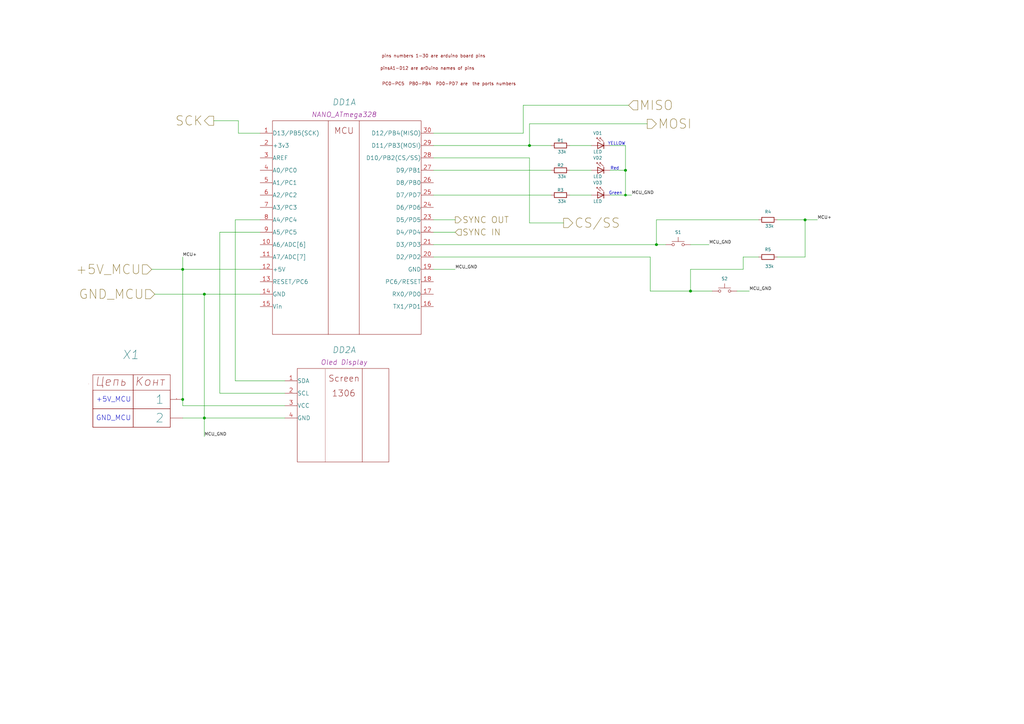
<source format=kicad_sch>
(kicad_sch (version 20210621) (generator eeschema)

  (uuid a7f62430-b7f6-4f82-a311-6552aeaee6ac)

  (paper "A3")

  (lib_symbols
    (symbol "my_Library:33k" (pin_numbers hide) (pin_names (offset 0)) (in_bom yes) (on_board yes)
      (property "Reference" "R" (id 0) (at 0 2.032 0)
        (effects (font (size 1.27 1.27)))
      )
      (property "Value" "33k" (id 1) (at 0.635 -2.54 0)
        (effects (font (size 1.27 1.27)))
      )
      (property "Footprint" "my_Library_ftprint:R_0805_2012Metric" (id 2) (at 0 -1.778 0)
        (effects (font (size 1.27 1.27)) hide)
      )
      (property "Datasheet" "~" (id 3) (at 0 0 90)
        (effects (font (size 1.27 1.27)) hide)
      )
      (property "ki_keywords" "R res resistor" (id 4) (at 0 0 0)
        (effects (font (size 1.27 1.27)) hide)
      )
      (property "ki_description" "Resistor" (id 5) (at 0 0 0)
        (effects (font (size 1.27 1.27)) hide)
      )
      (property "ki_fp_filters" "R_*" (id 6) (at 0 0 0)
        (effects (font (size 1.27 1.27)) hide)
      )
      (symbol "33k_0_1"
        (rectangle (start 2.54 -1.016) (end -2.54 1.016)
          (stroke (width 0.254)) (fill (type none))
        )
      )
      (symbol "33k_1_1"
        (pin passive line (at -3.81 0 0) (length 1.27)
          (name "~" (effects (font (size 1.27 1.27))))
          (number "1" (effects (font (size 1.27 1.27))))
        )
        (pin passive line (at 3.81 0 180) (length 1.27)
          (name "~" (effects (font (size 1.27 1.27))))
          (number "2" (effects (font (size 1.27 1.27))))
        )
      )
    )
    (symbol "my_Library:Display_1306" (pin_names (offset 0.0254)) (in_bom yes) (on_board yes)
      (property "Reference" "DD2" (id 0) (at 24.13 12.7 0)
        (effects (font (size 2.5007 2.5007) italic))
      )
      (property "Value" "Display_1306" (id 1) (at 0 77.47 0)
        (effects (font (size 2.0066 2.0066) italic) hide)
      )
      (property "Footprint" "my_Library_ftprint:PinHeader_1x04_P2.54mm_Vertical" (id 2) (at 0 73.66 0)
        (effects (font (size 2.0066 2.0066) italic) hide)
      )
      (property "Datasheet" "C:/Program Files/KiCad/share/LTM_DataSheet/Микросхема_микроконтроллер_ 1986ВЕ1Т_АО _ПКК_Миландр.pdf" (id 3) (at 0 69.85 0)
        (effects (font (size 2.0066 2.0066) italic) hide)
      )
      (property "ValueName" "Oled Display" (id 4) (at 24.13 7.62 0)
        (effects (font (size 2.007 2.007) italic))
      )
      (property "ValueGroup" "Микросхемы" (id 5) (at 0 66.04 0)
        (effects (font (size 2.0066 2.0066) italic) hide)
      )
      (property "ValueGOST" "1986ВЕ1Т " (id 6) (at 0 62.23 0)
        (effects (font (size 2.0066 2.0066) italic) hide)
      )
      (property "ValueTU" "АЕЯР.431280.860 ТУ" (id 7) (at 0 58.42 0)
        (effects (font (size 2.0066 2.0066) italic) hide)
      )
      (property "ValueManufacturer" "АО «ПКК МИЛАНДР»" (id 8) (at 0 54.61 0)
        (effects (font (size 2.0066 2.0066) italic) hide)
      )
      (property "ValueTemp_1" "АЕЯР.431280.860 ТУ" (id 9) (at 0 50.8 0)
        (effects (font (size 2.0066 2.0066) italic) hide)
      )
      (property "ValueSupplier" "АО «ПКК МИЛАНДР»" (id 10) (at 0 46.99 0)
        (effects (font (size 2.0066 2.0066) italic) hide)
      )
      (property "ValueAnalog" "К1986ВЕ1Т, К1986ВЕ1QI" (id 11) (at 1.27 43.18 0)
        (effects (font (size 2.0066 2.0066) italic) hide)
      )
      (property "ValueTemperature" "от минус 60 ⁰C до + 125 ⁰C" (id 12) (at 0 39.37 0)
        (effects (font (size 2.0066 2.0066) italic) hide)
      )
      (property "ValueNote" "-" (id 13) (at 0 35.56 0)
        (effects (font (size 2.0066 2.0066) italic) hide)
      )
      (property "ValueTemp_2" "-" (id 14) (at 0 33.02 0)
        (effects (font (size 2.0066 2.0066) italic) hide)
      )
      (property "ValueTemp_3" "-" (id 15) (at 0 30.48 0)
        (effects (font (size 2.0066 2.0066) italic) hide)
      )
      (property "ValueTemp_4" "-" (id 16) (at 0 27.94 0)
        (effects (font (size 2.0066 2.0066) italic) hide)
      )
      (property "ValueTemp_5" "-" (id 17) (at 0 25.4 0)
        (effects (font (size 2.0066 2.0066) italic) hide)
      )
      (property "ki_locked" "" (id 18) (at 0 0 0)
        (effects (font (size 1.27 1.27)))
      )
      (property "ki_keywords" "display, oled" (id 19) (at 0 0 0)
        (effects (font (size 1.27 1.27)) hide)
      )
      (property "ki_description" "display" (id 20) (at 0 0 0)
        (effects (font (size 1.27 1.27)) hide)
      )
      (property "ki_fp_filters" "[LTM][D][4229.132-3]*" (id 21) (at 0 0 0)
        (effects (font (size 1.27 1.27)) hide)
      )
      (symbol "Display_1306_0_0"
        (text "1306" (at 24.13 -5.08 0)
          (effects (font (size 2.527 2.527)))
        )
        (text "Screen" (at 24.257 1.016 0)
          (effects (font (size 2.527 2.527)))
        )
      )
      (symbol "Display_1306_1_1"
        (rectangle (start 5.08 5.08) (end 42.672 -33.274)
          (stroke (width 0)) (fill (type none))
        )
        (polyline
          (pts
            (xy 16.51 4.826)
            (xy 16.51 -33.274)
          )
          (stroke (width 0.0006)) (fill (type none))
        )
        (polyline
          (pts
            (xy 31.75 5.08)
            (xy 31.75 -33.274)
          )
          (stroke (width 0)) (fill (type none))
        )
        (pin bidirectional line (at 0 0 0) (length 5.08)
          (name "SDA" (effects (font (size 1.702 1.702))))
          (number "1" (effects (font (size 1.702 1.702))))
        )
        (pin bidirectional line (at 0 -5.08 0) (length 5.08)
          (name "SCL" (effects (font (size 1.702 1.702))))
          (number "2" (effects (font (size 1.702 1.702))))
        )
        (pin bidirectional line (at 0 -10.16 0) (length 5.08)
          (name "VCC" (effects (font (size 1.702 1.702))))
          (number "3" (effects (font (size 1.702 1.702))))
        )
        (pin bidirectional line (at 0 -15.24 0) (length 5.08)
          (name "GND" (effects (font (size 1.702 1.702))))
          (number "4" (effects (font (size 1.702 1.702))))
        )
      )
      (symbol "Display_1306_2_1"
        (rectangle (start 5.08 -81.28) (end 43.18 5.08)
          (stroke (width 0)) (fill (type none))
        )
        (polyline
          (pts
            (xy 30.48 5.08)
            (xy 30.48 -81.28)
          )
          (stroke (width 0)) (fill (type none))
        )
        (polyline
          (pts
            (xy 17.78 5.08)
            (xy 17.78 -74.93)
            (xy 17.78 -81.28)
          )
          (stroke (width 0)) (fill (type none))
        )
        (pin bidirectional line (at 48.26 -35.56 180) (length 5.08)
          (name "PD7" (effects (font (size 1.7018 1.7018))))
          (number "41" (effects (font (size 1.7018 1.7018))))
        )
        (pin bidirectional line (at 48.26 -40.64 180) (length 5.08)
          (name "PD8" (effects (font (size 1.7018 1.7018))))
          (number "42" (effects (font (size 1.7018 1.7018))))
        )
        (pin bidirectional line (at 48.26 -45.72 180) (length 5.08)
          (name "PD9" (effects (font (size 1.7018 1.7018))))
          (number "43" (effects (font (size 1.7018 1.7018))))
        )
        (pin bidirectional line (at 48.26 -50.8 180) (length 5.08)
          (name "PD10" (effects (font (size 1.7018 1.7018))))
          (number "44" (effects (font (size 1.7018 1.7018))))
        )
        (pin bidirectional line (at 48.26 -55.88 180) (length 5.08)
          (name "PD11" (effects (font (size 1.7018 1.7018))))
          (number "45" (effects (font (size 1.7018 1.7018))))
        )
        (pin bidirectional line (at 48.26 -60.96 180) (length 5.08)
          (name "PD12" (effects (font (size 1.7018 1.7018))))
          (number "46" (effects (font (size 1.7018 1.7018))))
        )
        (pin bidirectional line (at 48.26 -66.04 180) (length 5.08)
          (name "PD13" (effects (font (size 1.7018 1.7018))))
          (number "47" (effects (font (size 1.7018 1.7018))))
        )
        (pin bidirectional line (at 48.26 -71.12 180) (length 5.08)
          (name "PD14" (effects (font (size 1.7018 1.7018))))
          (number "48" (effects (font (size 1.7018 1.7018))))
        )
        (pin bidirectional line (at 48.26 -76.2 180) (length 5.08)
          (name "PD15" (effects (font (size 1.7018 1.7018))))
          (number "49" (effects (font (size 1.7018 1.7018))))
        )
        (pin bidirectional line (at 0 -25.4 0) (length 5.08)
          (name "PC5" (effects (font (size 1.7018 1.7018))))
          (number "56" (effects (font (size 1.7018 1.7018))))
        )
        (pin bidirectional line (at 0 -30.48 0) (length 5.08)
          (name "PC6" (effects (font (size 1.7018 1.7018))))
          (number "57" (effects (font (size 1.7018 1.7018))))
        )
        (pin bidirectional line (at 0 -35.56 0) (length 5.08)
          (name "PC7" (effects (font (size 1.7018 1.7018))))
          (number "58" (effects (font (size 1.7018 1.7018))))
        )
        (pin bidirectional line (at 0 -40.64 0) (length 5.08)
          (name "PC8" (effects (font (size 1.7018 1.7018))))
          (number "59" (effects (font (size 1.7018 1.7018))))
        )
        (pin bidirectional line (at 0 -45.72 0) (length 5.08)
          (name "PC9" (effects (font (size 1.7018 1.7018))))
          (number "60" (effects (font (size 1.7018 1.7018))))
        )
        (pin bidirectional line (at 0 -50.8 0) (length 5.08)
          (name "PC10" (effects (font (size 1.7018 1.7018))))
          (number "61" (effects (font (size 1.7018 1.7018))))
        )
        (pin bidirectional line (at 0 -55.88 0) (length 5.08)
          (name "PC11" (effects (font (size 1.7018 1.7018))))
          (number "62" (effects (font (size 1.7018 1.7018))))
        )
        (pin bidirectional line (at 0 -60.96 0) (length 5.08)
          (name "PC12" (effects (font (size 1.7018 1.7018))))
          (number "63" (effects (font (size 1.7018 1.7018))))
        )
        (pin bidirectional line (at 0 -66.04 0) (length 5.08)
          (name "PC13" (effects (font (size 1.7018 1.7018))))
          (number "67" (effects (font (size 1.7018 1.7018))))
        )
        (pin bidirectional line (at 0 -71.12 0) (length 5.08)
          (name "PC14" (effects (font (size 1.7018 1.7018))))
          (number "68" (effects (font (size 1.7018 1.7018))))
        )
        (pin bidirectional line (at 0 -76.2 0) (length 5.08)
          (name "PC15" (effects (font (size 1.7018 1.7018))))
          (number "69" (effects (font (size 1.7018 1.7018))))
        )
        (pin bidirectional line (at 48.26 0 180) (length 5.08)
          (name "PD0" (effects (font (size 1.7018 1.7018))))
          (number "72" (effects (font (size 1.7018 1.7018))))
        )
        (pin bidirectional line (at 48.26 -5.08 180) (length 5.08)
          (name "PD1" (effects (font (size 1.7018 1.7018))))
          (number "73" (effects (font (size 1.7018 1.7018))))
        )
        (pin bidirectional line (at 48.26 -10.16 180) (length 5.08)
          (name "PD2" (effects (font (size 1.7018 1.7018))))
          (number "74" (effects (font (size 1.7018 1.7018))))
        )
        (pin bidirectional line (at 48.26 -15.24 180) (length 5.08)
          (name "PD3" (effects (font (size 1.7018 1.7018))))
          (number "75" (effects (font (size 1.7018 1.7018))))
        )
        (pin bidirectional line (at 48.26 -20.32 180) (length 5.08)
          (name "PD4" (effects (font (size 1.7018 1.7018))))
          (number "76" (effects (font (size 1.7018 1.7018))))
        )
        (pin bidirectional line (at 48.26 -25.4 180) (length 5.08)
          (name "PD5" (effects (font (size 1.7018 1.7018))))
          (number "77" (effects (font (size 1.7018 1.7018))))
        )
        (pin bidirectional line (at 48.26 -30.48 180) (length 5.08)
          (name "PD6" (effects (font (size 1.7018 1.7018))))
          (number "78" (effects (font (size 1.7018 1.7018))))
        )
        (pin bidirectional line (at 0 0 0) (length 5.08)
          (name "PC0" (effects (font (size 1.7018 1.7018))))
          (number "89" (effects (font (size 1.7018 1.7018))))
        )
        (pin bidirectional line (at 0 -5.08 0) (length 5.08)
          (name "PC1" (effects (font (size 1.7018 1.7018))))
          (number "90" (effects (font (size 1.7018 1.7018))))
        )
        (pin bidirectional line (at 0 -10.16 0) (length 5.08)
          (name "PC2" (effects (font (size 1.7018 1.7018))))
          (number "91" (effects (font (size 1.7018 1.7018))))
        )
        (pin bidirectional line (at 0 -15.24 0) (length 5.08)
          (name "PC3" (effects (font (size 1.7018 1.7018))))
          (number "92" (effects (font (size 1.7018 1.7018))))
        )
        (pin bidirectional line (at 0 -20.32 0) (length 5.08)
          (name "PC4" (effects (font (size 1.7018 1.7018))))
          (number "93" (effects (font (size 1.7018 1.7018))))
        )
      )
      (symbol "Display_1306_3_1"
        (rectangle (start 5.08 -81.28) (end 43.18 5.08)
          (stroke (width 0)) (fill (type none))
        )
        (polyline
          (pts
            (xy 30.48 5.08)
            (xy 30.48 -81.28)
          )
          (stroke (width 0)) (fill (type none))
        )
        (polyline
          (pts
            (xy 17.78 5.08)
            (xy 17.78 -55.88)
            (xy 17.78 -81.28)
          )
          (stroke (width 0)) (fill (type none))
        )
        (pin bidirectional line (at 0 -15.24 0) (length 5.08)
          (name "PE3" (effects (font (size 1.7018 1.7018))))
          (number "16" (effects (font (size 1.7018 1.7018))))
        )
        (pin bidirectional line (at 0 -20.32 0) (length 5.08)
          (name "PE4" (effects (font (size 1.7018 1.7018))))
          (number "17" (effects (font (size 1.7018 1.7018))))
        )
        (pin bidirectional line (at 0 -25.4 0) (length 5.08)
          (name "PE5" (effects (font (size 1.7018 1.7018))))
          (number "18" (effects (font (size 1.7018 1.7018))))
        )
        (pin bidirectional line (at 0 -40.64 0) (length 5.08)
          (name "PE8" (effects (font (size 1.7018 1.7018))))
          (number "19" (effects (font (size 1.7018 1.7018))))
        )
        (pin bidirectional line (at 0 -45.72 0) (length 5.08)
          (name "PE9" (effects (font (size 1.7018 1.7018))))
          (number "20" (effects (font (size 1.7018 1.7018))))
        )
        (pin bidirectional line (at 0 -50.8 0) (length 5.08)
          (name "PE10" (effects (font (size 1.7018 1.7018))))
          (number "21" (effects (font (size 1.7018 1.7018))))
        )
        (pin bidirectional line (at 0 -55.88 0) (length 5.08)
          (name "PE11" (effects (font (size 1.7018 1.7018))))
          (number "22" (effects (font (size 1.7018 1.7018))))
        )
        (pin bidirectional line (at 0 -60.96 0) (length 5.08)
          (name "PE12" (effects (font (size 1.7018 1.7018))))
          (number "23" (effects (font (size 1.7018 1.7018))))
        )
        (pin bidirectional line (at 0 -66.04 0) (length 5.08)
          (name "PE13" (effects (font (size 1.7018 1.7018))))
          (number "24" (effects (font (size 1.7018 1.7018))))
        )
        (pin bidirectional line (at 0 -71.12 0) (length 5.08)
          (name "PE14" (effects (font (size 1.7018 1.7018))))
          (number "25" (effects (font (size 1.7018 1.7018))))
        )
        (pin bidirectional line (at 0 -76.2 0) (length 5.08)
          (name "PE15" (effects (font (size 1.7018 1.7018))))
          (number "26" (effects (font (size 1.7018 1.7018))))
        )
        (pin bidirectional line (at 48.26 0 180) (length 5.08)
          (name "PF0" (effects (font (size 1.7018 1.7018))))
          (number "27" (effects (font (size 1.7018 1.7018))))
        )
        (pin bidirectional line (at 48.26 -5.08 180) (length 5.08)
          (name "PF1" (effects (font (size 1.7018 1.7018))))
          (number "28" (effects (font (size 1.7018 1.7018))))
        )
        (pin bidirectional line (at 48.26 -10.16 180) (length 5.08)
          (name "PF2" (effects (font (size 1.7018 1.7018))))
          (number "29" (effects (font (size 1.7018 1.7018))))
        )
        (pin bidirectional line (at 0 -30.48 0) (length 5.08)
          (name "PE6" (effects (font (size 1.7018 1.7018))))
          (number "34" (effects (font (size 1.7018 1.7018))))
        )
        (pin bidirectional line (at 0 -35.56 0) (length 5.08)
          (name "PE7" (effects (font (size 1.7018 1.7018))))
          (number "35" (effects (font (size 1.7018 1.7018))))
        )
        (pin bidirectional line (at 0 0 0) (length 5.08)
          (name "PE0" (effects (font (size 1.7018 1.7018))))
          (number "50" (effects (font (size 1.7018 1.7018))))
        )
        (pin bidirectional line (at 0 -5.08 0) (length 5.08)
          (name "PE1" (effects (font (size 1.7018 1.7018))))
          (number "51" (effects (font (size 1.7018 1.7018))))
        )
        (pin bidirectional line (at 0 -10.16 0) (length 5.08)
          (name "PE2" (effects (font (size 1.7018 1.7018))))
          (number "52" (effects (font (size 1.7018 1.7018))))
        )
        (pin bidirectional line (at 48.26 -66.04 180) (length 5.08)
          (name "PF13" (effects (font (size 1.7018 1.7018))))
          (number "64" (effects (font (size 1.7018 1.7018))))
        )
        (pin bidirectional line (at 48.26 -71.12 180) (length 5.08)
          (name "PF14" (effects (font (size 1.7018 1.7018))))
          (number "65" (effects (font (size 1.7018 1.7018))))
        )
        (pin bidirectional line (at 48.26 -76.2 180) (length 5.08)
          (name "PF15" (effects (font (size 1.7018 1.7018))))
          (number "66" (effects (font (size 1.7018 1.7018))))
        )
        (pin bidirectional line (at 48.26 -15.24 180) (length 5.08)
          (name "PF3" (effects (font (size 1.7018 1.7018))))
          (number "79" (effects (font (size 1.7018 1.7018))))
        )
        (pin bidirectional line (at 48.26 -20.32 180) (length 5.08)
          (name "PF4" (effects (font (size 1.7018 1.7018))))
          (number "80" (effects (font (size 1.7018 1.7018))))
        )
        (pin bidirectional line (at 48.26 -25.4 180) (length 5.08)
          (name "PF5" (effects (font (size 1.7018 1.7018))))
          (number "81" (effects (font (size 1.7018 1.7018))))
        )
        (pin bidirectional line (at 48.26 -30.48 180) (length 5.08)
          (name "PF6" (effects (font (size 1.7018 1.7018))))
          (number "82" (effects (font (size 1.7018 1.7018))))
        )
        (pin bidirectional line (at 48.26 -35.56 180) (length 5.08)
          (name "PF7" (effects (font (size 1.7018 1.7018))))
          (number "83" (effects (font (size 1.7018 1.7018))))
        )
        (pin bidirectional line (at 48.26 -40.64 180) (length 5.08)
          (name "PF8" (effects (font (size 1.7018 1.7018))))
          (number "84" (effects (font (size 1.7018 1.7018))))
        )
        (pin bidirectional line (at 48.26 -45.72 180) (length 5.08)
          (name "PF9" (effects (font (size 1.7018 1.7018))))
          (number "85" (effects (font (size 1.7018 1.7018))))
        )
        (pin bidirectional line (at 48.26 -50.8 180) (length 5.08)
          (name "PF10" (effects (font (size 1.7018 1.7018))))
          (number "86" (effects (font (size 1.7018 1.7018))))
        )
        (pin bidirectional line (at 48.26 -55.88 180) (length 5.08)
          (name "PF11" (effects (font (size 1.7018 1.7018))))
          (number "87" (effects (font (size 1.7018 1.7018))))
        )
        (pin bidirectional line (at 48.26 -60.96 180) (length 5.08)
          (name "PF12" (effects (font (size 1.7018 1.7018))))
          (number "88" (effects (font (size 1.7018 1.7018))))
        )
      )
      (symbol "Display_1306_4_1"
        (rectangle (start 5.08 -113.03) (end 43.18 5.08)
          (stroke (width 0)) (fill (type none))
        )
        (polyline
          (pts
            (xy 5.08 -72.39)
            (xy 17.78 -72.39)
          )
          (stroke (width 0)) (fill (type none))
        )
        (polyline
          (pts
            (xy 5.08 -40.64)
            (xy 17.78 -40.64)
          )
          (stroke (width 0)) (fill (type none))
        )
        (polyline
          (pts
            (xy 5.08 -25.4)
            (xy 17.78 -25.4)
          )
          (stroke (width 0)) (fill (type none))
        )
        (polyline
          (pts
            (xy 30.48 -45.72)
            (xy 43.18 -45.72)
          )
          (stroke (width 0)) (fill (type none))
        )
        (polyline
          (pts
            (xy 30.48 5.08)
            (xy 30.48 -113.03)
          )
          (stroke (width 0)) (fill (type none))
        )
        (polyline
          (pts
            (xy 17.78 5.08)
            (xy 17.78 -67.31)
            (xy 17.78 -113.03)
          )
          (stroke (width 0)) (fill (type none))
        )
        (pin power_in line (at 48.26 -71.12 180) (length 5.08)
          (name "VSS1A" (effects (font (size 1.7018 1.7018))))
          (number "1" (effects (font (size 1.7018 1.7018))))
        )
        (pin bidirectional line (at 0 -66.04 0) (length 5.08)
          (name "EXRES1" (effects (font (size 1.7018 1.7018))))
          (number "10" (effects (font (size 1.7018 1.7018))))
        )
        (pin power_in line (at 48.26 -86.36 180) (length 5.08)
          (name "VSS3A" (effects (font (size 1.7018 1.7018))))
          (number "11" (effects (font (size 1.7018 1.7018))))
        )
        (pin power_in line (at 48.26 -60.96 180) (length 5.08)
          (name "GND" (effects (font (size 1.7018 1.7018))))
          (number "116" (effects (font (size 1.7018 1.7018))))
        )
        (pin power_in line (at 48.26 -10.16 180) (length 5.08)
          (name "Ucc" (effects (font (size 1.7018 1.7018))))
          (number "117" (effects (font (size 1.7018 1.7018))))
        )
        (pin power_in line (at 48.26 -30.48 180) (length 5.08)
          (name "VDD3A" (effects (font (size 1.7018 1.7018))))
          (number "12" (effects (font (size 1.7018 1.7018))))
        )
        (pin bidirectional line (at 0 -81.28 0) (length 5.08)
          (name "TMS" (effects (font (size 1.7018 1.7018))))
          (number "128" (effects (font (size 1.7018 1.7018))))
        )
        (pin bidirectional line (at 0 -86.36 0) (length 5.08)
          (name "TDI" (effects (font (size 1.7018 1.7018))))
          (number "129" (effects (font (size 1.7018 1.7018))))
        )
        (pin power_out line (at 48.26 -91.44 180) (length 5.08)
          (name "VSS4A" (effects (font (size 1.7018 1.7018))))
          (number "13" (effects (font (size 1.7018 1.7018))))
        )
        (pin bidirectional line (at 0 -91.44 0) (length 5.08)
          (name "TDO" (effects (font (size 1.7018 1.7018))))
          (number "130" (effects (font (size 1.7018 1.7018))))
        )
        (pin bidirectional line (at 0 -96.52 0) (length 5.08)
          (name "TCK" (effects (font (size 1.7018 1.7018))))
          (number "131" (effects (font (size 1.7018 1.7018))))
        )
        (pin bidirectional line (at 0 -101.6 0) (length 5.08)
          (name "TRST" (effects (font (size 1.7018 1.7018))))
          (number "132" (effects (font (size 1.7018 1.7018))))
        )
        (pin power_in line (at 48.26 -35.56 180) (length 5.08)
          (name "VDD4A" (effects (font (size 1.7018 1.7018))))
          (number "14" (effects (font (size 1.7018 1.7018))))
        )
        (pin bidirectional line (at 0 -20.32 0) (length 5.08)
          (name "ITCMLAEN" (effects (font (size 1.7018 1.7018))))
          (number "15" (effects (font (size 1.7018 1.7018))))
        )
        (pin bidirectional line (at 0 -50.8 0) (length 5.08)
          (name "TXN" (effects (font (size 1.7018 1.7018))))
          (number "2" (effects (font (size 1.7018 1.7018))))
        )
        (pin bidirectional line (at 0 -45.72 0) (length 5.08)
          (name "TXP" (effects (font (size 1.7018 1.7018))))
          (number "3" (effects (font (size 1.7018 1.7018))))
        )
        (pin power_in line (at 48.26 -50.8 180) (length 5.08)
          (name "GND" (effects (font (size 1.7018 1.7018))))
          (number "30" (effects (font (size 1.7018 1.7018))))
        )
        (pin power_in line (at 48.26 0 180) (length 5.08)
          (name "Ucc" (effects (font (size 1.7018 1.7018))))
          (number "31" (effects (font (size 1.7018 1.7018))))
        )
        (pin power_in line (at 48.26 -40.64 180) (length 5.08)
          (name "BUcc" (effects (font (size 1.7018 1.7018))))
          (number "32" (effects (font (size 1.7018 1.7018))))
        )
        (pin bidirectional line (at 0 -106.68 0) (length 5.08)
          (name "JTAGEN" (effects (font (size 1.7018 1.7018))))
          (number "33" (effects (font (size 1.7018 1.7018))))
        )
        (pin bidirectional line (at 0 -15.24 0) (length 5.08)
          (name "WAKEUP" (effects (font (size 1.7018 1.7018))))
          (number "36" (effects (font (size 1.7018 1.7018))))
        )
        (pin bidirectional line (at 0 -30.48 0) (length 5.08)
          (name "DP" (effects (font (size 1.7018 1.7018))))
          (number "37" (effects (font (size 1.7018 1.7018))))
        )
        (pin bidirectional line (at 0 -35.56 0) (length 5.08)
          (name "DN" (effects (font (size 1.7018 1.7018))))
          (number "38" (effects (font (size 1.7018 1.7018))))
        )
        (pin power_in line (at 48.26 -66.04 180) (length 5.08)
          (name "AGND" (effects (font (size 1.7018 1.7018))))
          (number "39" (effects (font (size 1.7018 1.7018))))
        )
        (pin power_in line (at 48.26 -76.2 180) (length 5.08)
          (name "VSS1A" (effects (font (size 1.7018 1.7018))))
          (number "4" (effects (font (size 1.7018 1.7018))))
        )
        (pin power_in line (at 48.26 -15.24 180) (length 5.08)
          (name "AUcc" (effects (font (size 1.7018 1.7018))))
          (number "40" (effects (font (size 1.7018 1.7018))))
        )
        (pin power_in line (at 48.26 -20.32 180) (length 5.08)
          (name "VDD1A" (effects (font (size 1.7018 1.7018))))
          (number "5" (effects (font (size 1.7018 1.7018))))
        )
        (pin bidirectional line (at 0 -5.08 0) (length 5.08)
          (name "OSC_IN" (effects (font (size 1.7018 1.7018))))
          (number "53" (effects (font (size 1.7018 1.7018))))
        )
        (pin bidirectional line (at 0 -10.16 0) (length 5.08)
          (name "OSC_OUT" (effects (font (size 1.7018 1.7018))))
          (number "54" (effects (font (size 1.7018 1.7018))))
        )
        (pin bidirectional line (at 0 0 0) (length 5.08)
          (name "nRESET" (effects (font (size 1.7018 1.7018))))
          (number "55" (effects (font (size 1.7018 1.7018))))
        )
        (pin bidirectional line (at 0 -60.96 0) (length 5.08)
          (name "RXN" (effects (font (size 1.7018 1.7018))))
          (number "6" (effects (font (size 1.7018 1.7018))))
        )
        (pin bidirectional line (at 0 -55.88 0) (length 5.08)
          (name "RXP" (effects (font (size 1.7018 1.7018))))
          (number "7" (effects (font (size 1.7018 1.7018))))
        )
        (pin power_in line (at 48.26 -55.88 180) (length 5.08)
          (name "GND" (effects (font (size 1.7018 1.7018))))
          (number "70" (effects (font (size 1.7018 1.7018))))
        )
        (pin power_in line (at 48.26 -5.08 180) (length 5.08)
          (name "Ucc" (effects (font (size 1.7018 1.7018))))
          (number "71" (effects (font (size 1.7018 1.7018))))
        )
        (pin power_in line (at 48.26 -25.4 180) (length 5.08)
          (name "VDD2A" (effects (font (size 1.7018 1.7018))))
          (number "8" (effects (font (size 1.7018 1.7018))))
        )
        (pin power_in line (at 48.26 -81.28 180) (length 5.08)
          (name "VSS2A" (effects (font (size 1.7018 1.7018))))
          (number "9" (effects (font (size 1.7018 1.7018))))
        )
      )
    )
    (symbol "my_Library:JST-B2B-XHA_Left" (pin_names (offset 2.54)) (in_bom yes) (on_board yes)
      (property "Reference" "X?" (id 0) (at -21.5262 18.3342 0)
        (effects (font (size 3.556 3.556) italic))
      )
      (property "Value" "JST-B2B-XHA_Left" (id 1) (at -101.6 0 0)
        (effects (font (size 2.0066 2.0066) italic) hide)
      )
      (property "Footprint" "my_Library_ftprint:JST_EH_B5B-EH-A_1x05_P2.50mm_Vertical" (id 2) (at -101.6 -2.54 0)
        (effects (font (size 2.0066 2.0066) italic) hide)
      )
      (property "Datasheet" "" (id 3) (at -101.6 -5.08 0)
        (effects (font (size 2.0066 2.0066) italic) hide)
      )
      (property "ValueName" "ВИЛКА НА ПЛАТУ 2.5 ММ ШАГ" (id 4) (at -21.336 -23.622 0)
        (effects (font (size 2.0066 2.0066) italic) hide)
      )
      (property "ValueGroup" "Соединители" (id 5) (at -101.6 -7.62 0)
        (effects (font (size 2.0066 2.0066) italic) hide)
      )
      (property "ValueGOST" "розетка СНП346-5PП21-1" (id 6) (at -101.6 -10.16 0)
        (effects (font (size 2.0066 2.0066) italic) hide)
      )
      (property "ValueTU" "РЮМК.430420.011ТУ" (id 7) (at -101.6 -12.7 0)
        (effects (font (size 2.0066 2.0066) italic) hide)
      )
      (property "ValueManufacturer" "ф. АО «Электродеталь»" (id 8) (at -101.6 -15.24 0)
        (effects (font (size 2.0066 2.0066) italic) hide)
      )
      (property "ValueTemp_1" "РЮМК.430420.011ТУ" (id 9) (at -101.6 -17.78 0)
        (effects (font (size 2.0066 2.0066) italic) hide)
      )
      (property "ValueSupplier" "ф. АО «Электродеталь»" (id 10) (at -101.6 -20.32 0)
        (effects (font (size 2.0066 2.0066) italic) hide)
      )
      (property "ValueAnalog" "PLD-10 DS-1021" (id 11) (at -101.6 -22.86 0)
        (effects (font (size 2.0066 2.0066) italic) hide)
      )
      (property "ValueTemperature" "от минус 60 ⁰C до + 85 ⁰C" (id 12) (at -101.6 -25.4 0)
        (effects (font (size 2.0066 2.0066) italic) hide)
      )
      (property "ValueNote" "-" (id 13) (at -101.6 -27.94 0)
        (effects (font (size 2.0066 2.0066) italic) hide)
      )
      (property "ValueTemp_2" "-" (id 14) (at -101.6 -30.48 0)
        (effects (font (size 2.0066 2.0066) italic) hide)
      )
      (property "ValueTemp_3" "-" (id 15) (at -101.6 -33.02 0)
        (effects (font (size 2.0066 2.0066) italic) hide)
      )
      (property "ValueTemp_4" "-" (id 16) (at -101.6 -35.56 0)
        (effects (font (size 2.0066 2.0066) italic) hide)
      )
      (property "ValueTemp_5" "-" (id 17) (at -101.6 -38.1 0)
        (effects (font (size 2.0066 2.0066) italic) hide)
      )
      (property "PIN1" "  " (id 18) (at -12.6362 37.9594 0)
        (effects (font (size 2.0066 2.0066) italic))
      )
      (property "PIN2" "   " (id 19) (at -12.6362 33.7224 0)
        (effects (font (size 2.0066 2.0066) italic))
      )
      (property "PIN3" " " (id 20) (at -12.6362 29.4854 0)
        (effects (font (size 2.0066 2.0066) italic))
      )
      (property "PIN4" "  " (id 21) (at -12.6362 25.2484 0)
        (effects (font (size 2.0066 2.0066) italic))
      )
      (property "PIN5" " " (id 22) (at -12.6362 21.0114 0)
        (effects (font (size 2.0066 2.0066) italic))
      )
      (property "ki_description" "left side of scetch" (id 23) (at 0 0 0)
        (effects (font (size 1.27 1.27)) hide)
      )
      (property "ki_fp_filters" "[LTM][FP][Connectors][SNP346]:[LTM][X]*" (id 24) (at 0 0 0)
        (effects (font (size 1.27 1.27)) hide)
      )
      (symbol "JST-B2B-XHA_Left_0_0"
        (pin passive line (at 0 0 180) (length 5.08)
          (name "1" (effects (font (size 3.556 3.556))))
          (number "1" (effects (font (size 0.0254 0.0254))))
        )
        (pin passive line (at 0 -7.62 180) (length 5.08)
          (name "2" (effects (font (size 3.556 3.556))))
          (number "2" (effects (font (size 0 0))))
        )
      )
      (symbol "JST-B2B-XHA_Left_1_1"
        (text " " (at 9.906 -12.7 0)
          (effects (font (size 2.0066 2.0066) italic))
        )
        (text " " (at 9.906 -7.62 0)
          (effects (font (size 2.0066 2.0066) italic))
        )
        (text " " (at 9.906 -2.54 0)
          (effects (font (size 2.0066 2.0066) italic))
        )
        (text " " (at 9.906 2.54 0)
          (effects (font (size 2.0066 2.0066) italic))
        )
        (text " " (at 9.906 17.78 0)
          (effects (font (size 2.0066 2.0066) italic))
        )
        (text " " (at 12.446 -34.29 0)
          (effects (font (size 2.0066 2.0066) italic))
        )
        (text " " (at 12.446 -29.21 0)
          (effects (font (size 2.0066 2.0066) italic))
        )
        (text " " (at 12.446 -24.13 0)
          (effects (font (size 2.0066 2.0066) italic))
        )
        (text "Конт" (at -13.462 7.366 0)
          (effects (font (size 3.556 3.556) italic))
        )
        (text "Цепь" (at -29.464 7.366 0)
          (effects (font (size 3.556 3.556) italic))
        )
        (rectangle (start -38.608 6.35) (end -38.608 6.35)
          (stroke (width 0)) (fill (type none))
        )
        (rectangle (start -36.83 -3.81) (end -5.08 -11.43)
          (stroke (width 0)) (fill (type none))
        )
        (rectangle (start -36.83 3.81) (end -5.08 -3.81)
          (stroke (width 0)) (fill (type none))
        )
        (rectangle (start -36.83 10.16) (end -20.32 -11.43)
          (stroke (width 0)) (fill (type none))
        )
        (rectangle (start -20.32 10.16) (end -5.08 -11.43)
          (stroke (width 0)) (fill (type none))
        )
      )
    )
    (symbol "my_Library:LED" (pin_numbers hide) (pin_names (offset 1.016) hide) (in_bom yes) (on_board yes)
      (property "Reference" "VD" (id 0) (at 0 5.08 0)
        (effects (font (size 1.27 1.27)))
      )
      (property "Value" "LED" (id 1) (at 0 -2.54 0)
        (effects (font (size 1.27 1.27)))
      )
      (property "Footprint" "my_Library_ftprint:LED_0805_2012Metric" (id 2) (at 1.27 -6.35 0)
        (effects (font (size 1.27 1.27)) hide)
      )
      (property "Datasheet" "http://cdn-reichelt.de/documents/datenblatt/A500/SFH4346.pdf" (id 3) (at -1.27 0 0)
        (effects (font (size 1.27 1.27)) hide)
      )
      (property "ki_keywords" "opto IR LED smd LED 0805" (id 4) (at 0 0 0)
        (effects (font (size 1.27 1.27)) hide)
      )
      (property "ki_description" "smd LED 0805" (id 5) (at 0 0 0)
        (effects (font (size 1.27 1.27)) hide)
      )
      (property "ki_fp_filters" "LED*3.0mm*IRBlack*" (id 6) (at 0 0 0)
        (effects (font (size 1.27 1.27)) hide)
      )
      (symbol "LED_0_1"
        (polyline
          (pts
            (xy -2.54 1.27)
            (xy -2.54 -1.27)
          )
          (stroke (width 0.254)) (fill (type none))
        )
        (polyline
          (pts
            (xy 0 0)
            (xy -2.54 0)
          )
          (stroke (width 0)) (fill (type none))
        )
        (polyline
          (pts
            (xy 0.381 3.175)
            (xy -0.127 3.175)
          )
          (stroke (width 0)) (fill (type none))
        )
        (polyline
          (pts
            (xy -1.143 1.651)
            (xy 0.381 3.175)
            (xy 0.381 2.667)
          )
          (stroke (width 0)) (fill (type none))
        )
        (polyline
          (pts
            (xy 0 1.27)
            (xy -2.54 0)
            (xy 0 -1.27)
            (xy 0 1.27)
          )
          (stroke (width 0.254)) (fill (type none))
        )
        (polyline
          (pts
            (xy -2.413 1.651)
            (xy -0.889 3.175)
            (xy -0.889 2.667)
            (xy -0.889 3.175)
            (xy -1.397 3.175)
          )
          (stroke (width 0)) (fill (type none))
        )
      )
      (symbol "LED_1_1"
        (pin passive line (at -5.08 0 0) (length 2.54)
          (name "K" (effects (font (size 1.27 1.27))))
          (number "1" (effects (font (size 1.27 1.27))))
        )
        (pin passive line (at 2.54 0 180) (length 2.54)
          (name "A" (effects (font (size 1.27 1.27))))
          (number "2" (effects (font (size 1.27 1.27))))
        )
      )
    )
    (symbol "my_Library:NANO_ATmega328" (pin_names (offset 0.0254)) (in_bom yes) (on_board yes)
      (property "Reference" "DD" (id 0) (at 24.13 12.7 0)
        (effects (font (size 2.5007 2.5007) italic))
      )
      (property "Value" "NANO_ATmega328" (id 1) (at 0 77.47 0)
        (effects (font (size 2.0066 2.0066) italic) hide)
      )
      (property "Footprint" "my_Library_ftprint:Nano_328pu" (id 2) (at 0 73.66 0)
        (effects (font (size 2.0066 2.0066) italic) hide)
      )
      (property "Datasheet" "C:/Program Files/KiCad/share/LTM_DataSheet/Микросхема_микроконтроллер_ 1986ВЕ1Т_АО _ПКК_Миландр.pdf" (id 3) (at 0 69.85 0)
        (effects (font (size 2.0066 2.0066) italic) hide)
      )
      (property "ValueName" "NANO_ATmega328" (id 4) (at 24.13 7.62 0)
        (effects (font (size 2.007 2.007) italic))
      )
      (property "ValueGroup" "Микросхемы" (id 5) (at 0 66.04 0)
        (effects (font (size 2.0066 2.0066) italic) hide)
      )
      (property "ValueGOST" "1986ВЕ1Т " (id 6) (at 0 62.23 0)
        (effects (font (size 2.0066 2.0066) italic) hide)
      )
      (property "ValueTU" "АЕЯР.431280.860 ТУ" (id 7) (at 0 58.42 0)
        (effects (font (size 2.0066 2.0066) italic) hide)
      )
      (property "ValueManufacturer" "АО «ПКК МИЛАНДР»" (id 8) (at 0 54.61 0)
        (effects (font (size 2.0066 2.0066) italic) hide)
      )
      (property "ValueTemp_1" "АЕЯР.431280.860 ТУ" (id 9) (at 0 50.8 0)
        (effects (font (size 2.0066 2.0066) italic) hide)
      )
      (property "ValueSupplier" "АО «ПКК МИЛАНДР»" (id 10) (at 0 46.99 0)
        (effects (font (size 2.0066 2.0066) italic) hide)
      )
      (property "ValueAnalog" "К1986ВЕ1Т, К1986ВЕ1QI" (id 11) (at 1.27 43.18 0)
        (effects (font (size 2.0066 2.0066) italic) hide)
      )
      (property "ValueTemperature" "от минус 60 ⁰C до + 125 ⁰C" (id 12) (at 0 39.37 0)
        (effects (font (size 2.0066 2.0066) italic) hide)
      )
      (property "ValueNote" "-" (id 13) (at 0 35.56 0)
        (effects (font (size 2.0066 2.0066) italic) hide)
      )
      (property "ValueTemp_2" "-" (id 14) (at 0 33.02 0)
        (effects (font (size 2.0066 2.0066) italic) hide)
      )
      (property "ValueTemp_3" "-" (id 15) (at 0 30.48 0)
        (effects (font (size 2.0066 2.0066) italic) hide)
      )
      (property "ValueTemp_4" "-" (id 16) (at 0 27.94 0)
        (effects (font (size 2.0066 2.0066) italic) hide)
      )
      (property "ValueTemp_5" "-" (id 17) (at 0 25.4 0)
        (effects (font (size 2.0066 2.0066) italic) hide)
      )
      (property "ki_locked" "" (id 18) (at 0 0 0)
        (effects (font (size 1.27 1.27)))
      )
      (property "ki_keywords" "Микросхема, микроконтроллер" (id 19) (at 0 0 0)
        (effects (font (size 1.27 1.27)) hide)
      )
      (property "ki_description" "RISC МК авиационного назначения" (id 20) (at 0 0 0)
        (effects (font (size 1.27 1.27)) hide)
      )
      (property "ki_fp_filters" "[LTM][D][4229.132-3]*" (id 21) (at 0 0 0)
        (effects (font (size 1.27 1.27)) hide)
      )
      (symbol "NANO_ATmega328_0_0"
        (text "MCU" (at 24.257 1.016 0)
          (effects (font (size 2.527 2.527)))
        )
        (text "PC0-PC5  PB0-PB4  PD0-PD7 are  the ports numbers" (at 67.31 20.32 0)
          (effects (font (size 1.27 1.27)))
        )
        (text "pins numbers 1-30 are arduino board pins" (at 60.96 31.75 0)
          (effects (font (size 1.27 1.27)))
        )
        (text "pinsA1-D12 are arDuino names of pins" (at 58.42 26.67 0)
          (effects (font (size 1.27 1.27)))
        )
      )
      (symbol "NANO_ATmega328_1_1"
        (rectangle (start -5.08 5.08) (end 55.88 -82.55)
          (stroke (width 0)) (fill (type none))
        )
        (polyline
          (pts
            (xy 30.48 5.08)
            (xy 30.48 -82.55)
          )
          (stroke (width 0)) (fill (type none))
        )
        (polyline
          (pts
            (xy 17.78 5.08)
            (xy 17.78 -17.78)
            (xy 17.78 -74.93)
            (xy 17.78 -82.55)
          )
          (stroke (width 0)) (fill (type none))
        )
        (pin bidirectional line (at -10.16 0 0) (length 5.08)
          (name "D13/PB5(SCK)" (effects (font (size 1.702 1.702))))
          (number "1" (effects (font (size 1.702 1.702))))
        )
        (pin bidirectional line (at -10.16 -45.72 0) (length 5.08)
          (name "A6/ADC[6]" (effects (font (size 1.702 1.702))))
          (number "10" (effects (font (size 1.702 1.702))))
        )
        (pin bidirectional line (at -10.16 -50.8 0) (length 5.08)
          (name "A7/ADC[7]" (effects (font (size 1.702 1.702))))
          (number "11" (effects (font (size 1.702 1.702))))
        )
        (pin bidirectional line (at -10.16 -55.88 0) (length 5.08)
          (name "+5V" (effects (font (size 1.702 1.702))))
          (number "12" (effects (font (size 1.702 1.702))))
        )
        (pin bidirectional line (at -10.16 -60.96 0) (length 5.08)
          (name "RESET/PC6" (effects (font (size 1.702 1.702))))
          (number "13" (effects (font (size 1.702 1.702))))
        )
        (pin bidirectional line (at -10.16 -66.04 0) (length 5.08)
          (name "GND" (effects (font (size 1.702 1.702))))
          (number "14" (effects (font (size 1.702 1.702))))
        )
        (pin bidirectional line (at -10.16 -71.12 0) (length 5.08)
          (name "Vin" (effects (font (size 1.702 1.702))))
          (number "15" (effects (font (size 1.702 1.702))))
        )
        (pin bidirectional line (at 60.96 -71.12 180) (length 5.08)
          (name "TX1/PD1" (effects (font (size 1.702 1.702))))
          (number "16" (effects (font (size 1.702 1.702))))
        )
        (pin bidirectional line (at 60.96 -66.04 180) (length 5.08)
          (name "RX0/PD0" (effects (font (size 1.702 1.702))))
          (number "17" (effects (font (size 1.702 1.702))))
        )
        (pin bidirectional line (at 60.96 -60.96 180) (length 5.08)
          (name "PC6/RESET" (effects (font (size 1.702 1.702))))
          (number "18" (effects (font (size 1.702 1.702))))
        )
        (pin bidirectional line (at 60.96 -55.88 180) (length 5.08)
          (name "GND" (effects (font (size 1.702 1.702))))
          (number "19" (effects (font (size 1.702 1.702))))
        )
        (pin bidirectional line (at -10.16 -5.08 0) (length 5.08)
          (name "+3v3" (effects (font (size 1.702 1.702))))
          (number "2" (effects (font (size 1.702 1.702))))
        )
        (pin bidirectional line (at 60.96 -50.8 180) (length 5.08)
          (name "D2/PD2" (effects (font (size 1.702 1.702))))
          (number "20" (effects (font (size 1.702 1.702))))
        )
        (pin bidirectional line (at 60.96 -45.72 180) (length 5.08)
          (name "D3/PD3" (effects (font (size 1.702 1.702))))
          (number "21" (effects (font (size 1.702 1.702))))
        )
        (pin bidirectional line (at 60.96 -40.64 180) (length 5.08)
          (name "D4/PD4" (effects (font (size 1.702 1.702))))
          (number "22" (effects (font (size 1.702 1.702))))
        )
        (pin bidirectional line (at 60.96 -35.56 180) (length 5.08)
          (name "D5/PD5" (effects (font (size 1.702 1.702))))
          (number "23" (effects (font (size 1.702 1.702))))
        )
        (pin bidirectional line (at 60.96 -30.48 180) (length 5.08)
          (name "D6/PD6" (effects (font (size 1.702 1.702))))
          (number "24" (effects (font (size 1.702 1.702))))
        )
        (pin bidirectional line (at 60.96 -25.4 180) (length 5.08)
          (name "D7/PD7" (effects (font (size 1.702 1.702))))
          (number "25" (effects (font (size 1.702 1.702))))
        )
        (pin bidirectional line (at 60.96 -20.32 180) (length 5.08)
          (name "D8/PB0" (effects (font (size 1.702 1.702))))
          (number "26" (effects (font (size 1.702 1.702))))
        )
        (pin bidirectional line (at 60.96 -15.24 180) (length 5.08)
          (name "D9/PB1" (effects (font (size 1.702 1.702))))
          (number "27" (effects (font (size 1.702 1.702))))
        )
        (pin bidirectional line (at 60.96 -10.16 180) (length 5.08)
          (name "D10/PB2(CS/SS)" (effects (font (size 1.702 1.702))))
          (number "28" (effects (font (size 1.702 1.702))))
        )
        (pin bidirectional line (at 60.96 -5.08 180) (length 5.08)
          (name "D11/PB3(MOSI)" (effects (font (size 1.702 1.702))))
          (number "29" (effects (font (size 1.702 1.702))))
        )
        (pin bidirectional line (at -10.16 -10.16 0) (length 5.08)
          (name "AREF" (effects (font (size 1.702 1.702))))
          (number "3" (effects (font (size 1.702 1.702))))
        )
        (pin bidirectional line (at 60.96 0 180) (length 5.08)
          (name "D12/PB4(MISO)" (effects (font (size 1.702 1.702))))
          (number "30" (effects (font (size 1.702 1.702))))
        )
        (pin bidirectional line (at -10.16 -15.24 0) (length 5.08)
          (name "A0/PC0" (effects (font (size 1.702 1.702))))
          (number "4" (effects (font (size 1.702 1.702))))
        )
        (pin bidirectional line (at -10.16 -20.32 0) (length 5.08)
          (name "A1/PC1" (effects (font (size 1.702 1.702))))
          (number "5" (effects (font (size 1.702 1.702))))
        )
        (pin bidirectional line (at -10.16 -25.4 0) (length 5.08)
          (name "A2/PC2" (effects (font (size 1.702 1.702))))
          (number "6" (effects (font (size 1.702 1.702))))
        )
        (pin bidirectional line (at -10.16 -30.48 0) (length 5.08)
          (name "A3/PC3" (effects (font (size 1.702 1.702))))
          (number "7" (effects (font (size 1.702 1.702))))
        )
        (pin bidirectional line (at -10.16 -35.56 0) (length 5.08)
          (name "A4/PC4" (effects (font (size 1.702 1.702))))
          (number "8" (effects (font (size 1.702 1.702))))
        )
        (pin bidirectional line (at -10.16 -40.64 0) (length 5.08)
          (name "A5/PC5" (effects (font (size 1.702 1.702))))
          (number "9" (effects (font (size 1.702 1.702))))
        )
      )
      (symbol "NANO_ATmega328_2_1"
        (rectangle (start 5.08 -81.28) (end 43.18 5.08)
          (stroke (width 0)) (fill (type none))
        )
        (polyline
          (pts
            (xy 30.48 5.08)
            (xy 30.48 -81.28)
          )
          (stroke (width 0)) (fill (type none))
        )
        (polyline
          (pts
            (xy 17.78 5.08)
            (xy 17.78 -74.93)
            (xy 17.78 -81.28)
          )
          (stroke (width 0)) (fill (type none))
        )
        (pin bidirectional line (at 48.26 -35.56 180) (length 5.08)
          (name "PD7" (effects (font (size 1.7018 1.7018))))
          (number "41" (effects (font (size 1.7018 1.7018))))
        )
        (pin bidirectional line (at 48.26 -40.64 180) (length 5.08)
          (name "PD8" (effects (font (size 1.7018 1.7018))))
          (number "42" (effects (font (size 1.7018 1.7018))))
        )
        (pin bidirectional line (at 48.26 -45.72 180) (length 5.08)
          (name "PD9" (effects (font (size 1.7018 1.7018))))
          (number "43" (effects (font (size 1.7018 1.7018))))
        )
        (pin bidirectional line (at 48.26 -50.8 180) (length 5.08)
          (name "PD10" (effects (font (size 1.7018 1.7018))))
          (number "44" (effects (font (size 1.7018 1.7018))))
        )
        (pin bidirectional line (at 48.26 -55.88 180) (length 5.08)
          (name "PD11" (effects (font (size 1.7018 1.7018))))
          (number "45" (effects (font (size 1.7018 1.7018))))
        )
        (pin bidirectional line (at 48.26 -60.96 180) (length 5.08)
          (name "PD12" (effects (font (size 1.7018 1.7018))))
          (number "46" (effects (font (size 1.7018 1.7018))))
        )
        (pin bidirectional line (at 48.26 -66.04 180) (length 5.08)
          (name "PD13" (effects (font (size 1.7018 1.7018))))
          (number "47" (effects (font (size 1.7018 1.7018))))
        )
        (pin bidirectional line (at 48.26 -71.12 180) (length 5.08)
          (name "PD14" (effects (font (size 1.7018 1.7018))))
          (number "48" (effects (font (size 1.7018 1.7018))))
        )
        (pin bidirectional line (at 48.26 -76.2 180) (length 5.08)
          (name "PD15" (effects (font (size 1.7018 1.7018))))
          (number "49" (effects (font (size 1.7018 1.7018))))
        )
        (pin bidirectional line (at 0 -25.4 0) (length 5.08)
          (name "PC5" (effects (font (size 1.7018 1.7018))))
          (number "56" (effects (font (size 1.7018 1.7018))))
        )
        (pin bidirectional line (at 0 -30.48 0) (length 5.08)
          (name "PC6" (effects (font (size 1.7018 1.7018))))
          (number "57" (effects (font (size 1.7018 1.7018))))
        )
        (pin bidirectional line (at 0 -35.56 0) (length 5.08)
          (name "PC7" (effects (font (size 1.7018 1.7018))))
          (number "58" (effects (font (size 1.7018 1.7018))))
        )
        (pin bidirectional line (at 0 -40.64 0) (length 5.08)
          (name "PC8" (effects (font (size 1.7018 1.7018))))
          (number "59" (effects (font (size 1.7018 1.7018))))
        )
        (pin bidirectional line (at 0 -45.72 0) (length 5.08)
          (name "PC9" (effects (font (size 1.7018 1.7018))))
          (number "60" (effects (font (size 1.7018 1.7018))))
        )
        (pin bidirectional line (at 0 -50.8 0) (length 5.08)
          (name "PC10" (effects (font (size 1.7018 1.7018))))
          (number "61" (effects (font (size 1.7018 1.7018))))
        )
        (pin bidirectional line (at 0 -55.88 0) (length 5.08)
          (name "PC11" (effects (font (size 1.7018 1.7018))))
          (number "62" (effects (font (size 1.7018 1.7018))))
        )
        (pin bidirectional line (at 0 -60.96 0) (length 5.08)
          (name "PC12" (effects (font (size 1.7018 1.7018))))
          (number "63" (effects (font (size 1.7018 1.7018))))
        )
        (pin bidirectional line (at 0 -66.04 0) (length 5.08)
          (name "PC13" (effects (font (size 1.7018 1.7018))))
          (number "67" (effects (font (size 1.7018 1.7018))))
        )
        (pin bidirectional line (at 0 -71.12 0) (length 5.08)
          (name "PC14" (effects (font (size 1.7018 1.7018))))
          (number "68" (effects (font (size 1.7018 1.7018))))
        )
        (pin bidirectional line (at 0 -76.2 0) (length 5.08)
          (name "PC15" (effects (font (size 1.7018 1.7018))))
          (number "69" (effects (font (size 1.7018 1.7018))))
        )
        (pin bidirectional line (at 48.26 0 180) (length 5.08)
          (name "PD0" (effects (font (size 1.7018 1.7018))))
          (number "72" (effects (font (size 1.7018 1.7018))))
        )
        (pin bidirectional line (at 48.26 -5.08 180) (length 5.08)
          (name "PD1" (effects (font (size 1.7018 1.7018))))
          (number "73" (effects (font (size 1.7018 1.7018))))
        )
        (pin bidirectional line (at 48.26 -10.16 180) (length 5.08)
          (name "PD2" (effects (font (size 1.7018 1.7018))))
          (number "74" (effects (font (size 1.7018 1.7018))))
        )
        (pin bidirectional line (at 48.26 -15.24 180) (length 5.08)
          (name "PD3" (effects (font (size 1.7018 1.7018))))
          (number "75" (effects (font (size 1.7018 1.7018))))
        )
        (pin bidirectional line (at 48.26 -20.32 180) (length 5.08)
          (name "PD4" (effects (font (size 1.7018 1.7018))))
          (number "76" (effects (font (size 1.7018 1.7018))))
        )
        (pin bidirectional line (at 48.26 -25.4 180) (length 5.08)
          (name "PD5" (effects (font (size 1.7018 1.7018))))
          (number "77" (effects (font (size 1.7018 1.7018))))
        )
        (pin bidirectional line (at 48.26 -30.48 180) (length 5.08)
          (name "PD6" (effects (font (size 1.7018 1.7018))))
          (number "78" (effects (font (size 1.7018 1.7018))))
        )
        (pin bidirectional line (at 0 0 0) (length 5.08)
          (name "PC0" (effects (font (size 1.7018 1.7018))))
          (number "89" (effects (font (size 1.7018 1.7018))))
        )
        (pin bidirectional line (at 0 -5.08 0) (length 5.08)
          (name "PC1" (effects (font (size 1.7018 1.7018))))
          (number "90" (effects (font (size 1.7018 1.7018))))
        )
        (pin bidirectional line (at 0 -10.16 0) (length 5.08)
          (name "PC2" (effects (font (size 1.7018 1.7018))))
          (number "91" (effects (font (size 1.7018 1.7018))))
        )
        (pin bidirectional line (at 0 -15.24 0) (length 5.08)
          (name "PC3" (effects (font (size 1.7018 1.7018))))
          (number "92" (effects (font (size 1.7018 1.7018))))
        )
        (pin bidirectional line (at 0 -20.32 0) (length 5.08)
          (name "PC4" (effects (font (size 1.7018 1.7018))))
          (number "93" (effects (font (size 1.7018 1.7018))))
        )
      )
      (symbol "NANO_ATmega328_3_1"
        (rectangle (start 5.08 -81.28) (end 43.18 5.08)
          (stroke (width 0)) (fill (type none))
        )
        (polyline
          (pts
            (xy 30.48 5.08)
            (xy 30.48 -81.28)
          )
          (stroke (width 0)) (fill (type none))
        )
        (polyline
          (pts
            (xy 17.78 5.08)
            (xy 17.78 -55.88)
            (xy 17.78 -81.28)
          )
          (stroke (width 0)) (fill (type none))
        )
        (pin bidirectional line (at 0 -15.24 0) (length 5.08)
          (name "PE3" (effects (font (size 1.7018 1.7018))))
          (number "16" (effects (font (size 1.7018 1.7018))))
        )
        (pin bidirectional line (at 0 -20.32 0) (length 5.08)
          (name "PE4" (effects (font (size 1.7018 1.7018))))
          (number "17" (effects (font (size 1.7018 1.7018))))
        )
        (pin bidirectional line (at 0 -25.4 0) (length 5.08)
          (name "PE5" (effects (font (size 1.7018 1.7018))))
          (number "18" (effects (font (size 1.7018 1.7018))))
        )
        (pin bidirectional line (at 0 -40.64 0) (length 5.08)
          (name "PE8" (effects (font (size 1.7018 1.7018))))
          (number "19" (effects (font (size 1.7018 1.7018))))
        )
        (pin bidirectional line (at 0 -45.72 0) (length 5.08)
          (name "PE9" (effects (font (size 1.7018 1.7018))))
          (number "20" (effects (font (size 1.7018 1.7018))))
        )
        (pin bidirectional line (at 0 -50.8 0) (length 5.08)
          (name "PE10" (effects (font (size 1.7018 1.7018))))
          (number "21" (effects (font (size 1.7018 1.7018))))
        )
        (pin bidirectional line (at 0 -55.88 0) (length 5.08)
          (name "PE11" (effects (font (size 1.7018 1.7018))))
          (number "22" (effects (font (size 1.7018 1.7018))))
        )
        (pin bidirectional line (at 0 -60.96 0) (length 5.08)
          (name "PE12" (effects (font (size 1.7018 1.7018))))
          (number "23" (effects (font (size 1.7018 1.7018))))
        )
        (pin bidirectional line (at 0 -66.04 0) (length 5.08)
          (name "PE13" (effects (font (size 1.7018 1.7018))))
          (number "24" (effects (font (size 1.7018 1.7018))))
        )
        (pin bidirectional line (at 0 -71.12 0) (length 5.08)
          (name "PE14" (effects (font (size 1.7018 1.7018))))
          (number "25" (effects (font (size 1.7018 1.7018))))
        )
        (pin bidirectional line (at 0 -76.2 0) (length 5.08)
          (name "PE15" (effects (font (size 1.7018 1.7018))))
          (number "26" (effects (font (size 1.7018 1.7018))))
        )
        (pin bidirectional line (at 48.26 0 180) (length 5.08)
          (name "PF0" (effects (font (size 1.7018 1.7018))))
          (number "27" (effects (font (size 1.7018 1.7018))))
        )
        (pin bidirectional line (at 48.26 -5.08 180) (length 5.08)
          (name "PF1" (effects (font (size 1.7018 1.7018))))
          (number "28" (effects (font (size 1.7018 1.7018))))
        )
        (pin bidirectional line (at 48.26 -10.16 180) (length 5.08)
          (name "PF2" (effects (font (size 1.7018 1.7018))))
          (number "29" (effects (font (size 1.7018 1.7018))))
        )
        (pin bidirectional line (at 0 -30.48 0) (length 5.08)
          (name "PE6" (effects (font (size 1.7018 1.7018))))
          (number "34" (effects (font (size 1.7018 1.7018))))
        )
        (pin bidirectional line (at 0 -35.56 0) (length 5.08)
          (name "PE7" (effects (font (size 1.7018 1.7018))))
          (number "35" (effects (font (size 1.7018 1.7018))))
        )
        (pin bidirectional line (at 0 0 0) (length 5.08)
          (name "PE0" (effects (font (size 1.7018 1.7018))))
          (number "50" (effects (font (size 1.7018 1.7018))))
        )
        (pin bidirectional line (at 0 -5.08 0) (length 5.08)
          (name "PE1" (effects (font (size 1.7018 1.7018))))
          (number "51" (effects (font (size 1.7018 1.7018))))
        )
        (pin bidirectional line (at 0 -10.16 0) (length 5.08)
          (name "PE2" (effects (font (size 1.7018 1.7018))))
          (number "52" (effects (font (size 1.7018 1.7018))))
        )
        (pin bidirectional line (at 48.26 -66.04 180) (length 5.08)
          (name "PF13" (effects (font (size 1.7018 1.7018))))
          (number "64" (effects (font (size 1.7018 1.7018))))
        )
        (pin bidirectional line (at 48.26 -71.12 180) (length 5.08)
          (name "PF14" (effects (font (size 1.7018 1.7018))))
          (number "65" (effects (font (size 1.7018 1.7018))))
        )
        (pin bidirectional line (at 48.26 -76.2 180) (length 5.08)
          (name "PF15" (effects (font (size 1.7018 1.7018))))
          (number "66" (effects (font (size 1.7018 1.7018))))
        )
        (pin bidirectional line (at 48.26 -15.24 180) (length 5.08)
          (name "PF3" (effects (font (size 1.7018 1.7018))))
          (number "79" (effects (font (size 1.7018 1.7018))))
        )
        (pin bidirectional line (at 48.26 -20.32 180) (length 5.08)
          (name "PF4" (effects (font (size 1.7018 1.7018))))
          (number "80" (effects (font (size 1.7018 1.7018))))
        )
        (pin bidirectional line (at 48.26 -25.4 180) (length 5.08)
          (name "PF5" (effects (font (size 1.7018 1.7018))))
          (number "81" (effects (font (size 1.7018 1.7018))))
        )
        (pin bidirectional line (at 48.26 -30.48 180) (length 5.08)
          (name "PF6" (effects (font (size 1.7018 1.7018))))
          (number "82" (effects (font (size 1.7018 1.7018))))
        )
        (pin bidirectional line (at 48.26 -35.56 180) (length 5.08)
          (name "PF7" (effects (font (size 1.7018 1.7018))))
          (number "83" (effects (font (size 1.7018 1.7018))))
        )
        (pin bidirectional line (at 48.26 -40.64 180) (length 5.08)
          (name "PF8" (effects (font (size 1.7018 1.7018))))
          (number "84" (effects (font (size 1.7018 1.7018))))
        )
        (pin bidirectional line (at 48.26 -45.72 180) (length 5.08)
          (name "PF9" (effects (font (size 1.7018 1.7018))))
          (number "85" (effects (font (size 1.7018 1.7018))))
        )
        (pin bidirectional line (at 48.26 -50.8 180) (length 5.08)
          (name "PF10" (effects (font (size 1.7018 1.7018))))
          (number "86" (effects (font (size 1.7018 1.7018))))
        )
        (pin bidirectional line (at 48.26 -55.88 180) (length 5.08)
          (name "PF11" (effects (font (size 1.7018 1.7018))))
          (number "87" (effects (font (size 1.7018 1.7018))))
        )
        (pin bidirectional line (at 48.26 -60.96 180) (length 5.08)
          (name "PF12" (effects (font (size 1.7018 1.7018))))
          (number "88" (effects (font (size 1.7018 1.7018))))
        )
      )
      (symbol "NANO_ATmega328_4_1"
        (rectangle (start 5.08 -113.03) (end 43.18 5.08)
          (stroke (width 0)) (fill (type none))
        )
        (polyline
          (pts
            (xy 5.08 -72.39)
            (xy 17.78 -72.39)
          )
          (stroke (width 0)) (fill (type none))
        )
        (polyline
          (pts
            (xy 5.08 -40.64)
            (xy 17.78 -40.64)
          )
          (stroke (width 0)) (fill (type none))
        )
        (polyline
          (pts
            (xy 5.08 -25.4)
            (xy 17.78 -25.4)
          )
          (stroke (width 0)) (fill (type none))
        )
        (polyline
          (pts
            (xy 30.48 -45.72)
            (xy 43.18 -45.72)
          )
          (stroke (width 0)) (fill (type none))
        )
        (polyline
          (pts
            (xy 30.48 5.08)
            (xy 30.48 -113.03)
          )
          (stroke (width 0)) (fill (type none))
        )
        (polyline
          (pts
            (xy 17.78 5.08)
            (xy 17.78 -67.31)
            (xy 17.78 -113.03)
          )
          (stroke (width 0)) (fill (type none))
        )
        (pin power_in line (at 48.26 -71.12 180) (length 5.08)
          (name "VSS1A" (effects (font (size 1.7018 1.7018))))
          (number "1" (effects (font (size 1.7018 1.7018))))
        )
        (pin bidirectional line (at 0 -66.04 0) (length 5.08)
          (name "EXRES1" (effects (font (size 1.7018 1.7018))))
          (number "10" (effects (font (size 1.7018 1.7018))))
        )
        (pin power_in line (at 48.26 -86.36 180) (length 5.08)
          (name "VSS3A" (effects (font (size 1.7018 1.7018))))
          (number "11" (effects (font (size 1.7018 1.7018))))
        )
        (pin power_in line (at 48.26 -60.96 180) (length 5.08)
          (name "GND" (effects (font (size 1.7018 1.7018))))
          (number "116" (effects (font (size 1.7018 1.7018))))
        )
        (pin power_in line (at 48.26 -10.16 180) (length 5.08)
          (name "Ucc" (effects (font (size 1.7018 1.7018))))
          (number "117" (effects (font (size 1.7018 1.7018))))
        )
        (pin power_in line (at 48.26 -30.48 180) (length 5.08)
          (name "VDD3A" (effects (font (size 1.7018 1.7018))))
          (number "12" (effects (font (size 1.7018 1.7018))))
        )
        (pin bidirectional line (at 0 -81.28 0) (length 5.08)
          (name "TMS" (effects (font (size 1.7018 1.7018))))
          (number "128" (effects (font (size 1.7018 1.7018))))
        )
        (pin bidirectional line (at 0 -86.36 0) (length 5.08)
          (name "TDI" (effects (font (size 1.7018 1.7018))))
          (number "129" (effects (font (size 1.7018 1.7018))))
        )
        (pin power_out line (at 48.26 -91.44 180) (length 5.08)
          (name "VSS4A" (effects (font (size 1.7018 1.7018))))
          (number "13" (effects (font (size 1.7018 1.7018))))
        )
        (pin bidirectional line (at 0 -91.44 0) (length 5.08)
          (name "TDO" (effects (font (size 1.7018 1.7018))))
          (number "130" (effects (font (size 1.7018 1.7018))))
        )
        (pin bidirectional line (at 0 -96.52 0) (length 5.08)
          (name "TCK" (effects (font (size 1.7018 1.7018))))
          (number "131" (effects (font (size 1.7018 1.7018))))
        )
        (pin bidirectional line (at 0 -101.6 0) (length 5.08)
          (name "TRST" (effects (font (size 1.7018 1.7018))))
          (number "132" (effects (font (size 1.7018 1.7018))))
        )
        (pin power_in line (at 48.26 -35.56 180) (length 5.08)
          (name "VDD4A" (effects (font (size 1.7018 1.7018))))
          (number "14" (effects (font (size 1.7018 1.7018))))
        )
        (pin bidirectional line (at 0 -20.32 0) (length 5.08)
          (name "ITCMLAEN" (effects (font (size 1.7018 1.7018))))
          (number "15" (effects (font (size 1.7018 1.7018))))
        )
        (pin bidirectional line (at 0 -50.8 0) (length 5.08)
          (name "TXN" (effects (font (size 1.7018 1.7018))))
          (number "2" (effects (font (size 1.7018 1.7018))))
        )
        (pin bidirectional line (at 0 -45.72 0) (length 5.08)
          (name "TXP" (effects (font (size 1.7018 1.7018))))
          (number "3" (effects (font (size 1.7018 1.7018))))
        )
        (pin power_in line (at 48.26 -50.8 180) (length 5.08)
          (name "GND" (effects (font (size 1.7018 1.7018))))
          (number "30" (effects (font (size 1.7018 1.7018))))
        )
        (pin power_in line (at 48.26 0 180) (length 5.08)
          (name "Ucc" (effects (font (size 1.7018 1.7018))))
          (number "31" (effects (font (size 1.7018 1.7018))))
        )
        (pin power_in line (at 48.26 -40.64 180) (length 5.08)
          (name "BUcc" (effects (font (size 1.7018 1.7018))))
          (number "32" (effects (font (size 1.7018 1.7018))))
        )
        (pin bidirectional line (at 0 -106.68 0) (length 5.08)
          (name "JTAGEN" (effects (font (size 1.7018 1.7018))))
          (number "33" (effects (font (size 1.7018 1.7018))))
        )
        (pin bidirectional line (at 0 -15.24 0) (length 5.08)
          (name "WAKEUP" (effects (font (size 1.7018 1.7018))))
          (number "36" (effects (font (size 1.7018 1.7018))))
        )
        (pin bidirectional line (at 0 -30.48 0) (length 5.08)
          (name "DP" (effects (font (size 1.7018 1.7018))))
          (number "37" (effects (font (size 1.7018 1.7018))))
        )
        (pin bidirectional line (at 0 -35.56 0) (length 5.08)
          (name "DN" (effects (font (size 1.7018 1.7018))))
          (number "38" (effects (font (size 1.7018 1.7018))))
        )
        (pin power_in line (at 48.26 -66.04 180) (length 5.08)
          (name "AGND" (effects (font (size 1.7018 1.7018))))
          (number "39" (effects (font (size 1.7018 1.7018))))
        )
        (pin power_in line (at 48.26 -76.2 180) (length 5.08)
          (name "VSS1A" (effects (font (size 1.7018 1.7018))))
          (number "4" (effects (font (size 1.7018 1.7018))))
        )
        (pin power_in line (at 48.26 -15.24 180) (length 5.08)
          (name "AUcc" (effects (font (size 1.7018 1.7018))))
          (number "40" (effects (font (size 1.7018 1.7018))))
        )
        (pin power_in line (at 48.26 -20.32 180) (length 5.08)
          (name "VDD1A" (effects (font (size 1.7018 1.7018))))
          (number "5" (effects (font (size 1.7018 1.7018))))
        )
        (pin bidirectional line (at 0 -5.08 0) (length 5.08)
          (name "OSC_IN" (effects (font (size 1.7018 1.7018))))
          (number "53" (effects (font (size 1.7018 1.7018))))
        )
        (pin bidirectional line (at 0 -10.16 0) (length 5.08)
          (name "OSC_OUT" (effects (font (size 1.7018 1.7018))))
          (number "54" (effects (font (size 1.7018 1.7018))))
        )
        (pin bidirectional line (at 0 0 0) (length 5.08)
          (name "nRESET" (effects (font (size 1.7018 1.7018))))
          (number "55" (effects (font (size 1.7018 1.7018))))
        )
        (pin bidirectional line (at 0 -60.96 0) (length 5.08)
          (name "RXN" (effects (font (size 1.7018 1.7018))))
          (number "6" (effects (font (size 1.7018 1.7018))))
        )
        (pin bidirectional line (at 0 -55.88 0) (length 5.08)
          (name "RXP" (effects (font (size 1.7018 1.7018))))
          (number "7" (effects (font (size 1.7018 1.7018))))
        )
        (pin power_in line (at 48.26 -55.88 180) (length 5.08)
          (name "GND" (effects (font (size 1.7018 1.7018))))
          (number "70" (effects (font (size 1.7018 1.7018))))
        )
        (pin power_in line (at 48.26 -5.08 180) (length 5.08)
          (name "Ucc" (effects (font (size 1.7018 1.7018))))
          (number "71" (effects (font (size 1.7018 1.7018))))
        )
        (pin power_in line (at 48.26 -25.4 180) (length 5.08)
          (name "VDD2A" (effects (font (size 1.7018 1.7018))))
          (number "8" (effects (font (size 1.7018 1.7018))))
        )
        (pin power_in line (at 48.26 -81.28 180) (length 5.08)
          (name "VSS2A" (effects (font (size 1.7018 1.7018))))
          (number "9" (effects (font (size 1.7018 1.7018))))
        )
      )
    )
    (symbol "my_Library:taktile button KLS7" (pin_numbers hide) (pin_names hide) (in_bom yes) (on_board yes)
      (property "Reference" "S" (id 0) (at 0 5.08 0)
        (effects (font (size 1.27 1.27)))
      )
      (property "Value" "taktile button KLS7" (id 1) (at 1.27 -5.08 0)
        (effects (font (size 1.27 1.27)) hide)
      )
      (property "Footprint" "my_Library_ftprint:SW_Push_2P1T_6x6mm" (id 2) (at 0 -7.62 0)
        (effects (font (size 1.27 1.27)) hide)
      )
      (property "Datasheet" "http://www.apem.com/int/index.php?controller=attachment&id_attachment=488" (id 3) (at 0 -10.16 0)
        (effects (font (size 1.27 1.27)) hide)
      )
      (property "ki_keywords" "switch normally-open pushbutton push-button" (id 4) (at 0 0 0)
        (effects (font (size 1.27 1.27)) hide)
      )
      (property "ki_description" "single pole normally-open tactile SMD switch" (id 5) (at 0 0 0)
        (effects (font (size 1.27 1.27)) hide)
      )
      (property "ki_fp_filters" "SW*MEC*5G*" (id 6) (at 0 0 0)
        (effects (font (size 1.27 1.27)) hide)
      )
      (symbol "taktile button KLS7_0_1"
        (circle (center -2.032 0) (radius 0.508) (stroke (width 0)) (fill (type none)))
        (circle (center 2.032 0) (radius 0.508) (stroke (width 0)) (fill (type none)))
        (polyline
          (pts
            (xy 0 1.27)
            (xy 0 3.048)
          )
          (stroke (width 0)) (fill (type none))
        )
        (polyline
          (pts
            (xy 2.54 1.27)
            (xy -2.54 1.27)
          )
          (stroke (width 0)) (fill (type none))
        )
        (pin passive line (at -5.08 0 0) (length 2.54)
          (name "1" (effects (font (size 1.27 1.27))))
          (number "1" (effects (font (size 1.27 1.27))))
        )
        (pin passive line (at 5.08 0 180) (length 2.54)
          (name "2" (effects (font (size 1.27 1.27))))
          (number "2" (effects (font (size 1.27 1.27))))
        )
      )
      (symbol "taktile button KLS7_1_1"
        (pin passive line (at -5.08 0 0) (length 2.54) hide
          (name "1" (effects (font (size 1.27 1.27))))
          (number "1" (effects (font (size 1.27 1.27))))
        )
        (pin passive line (at 5.08 0 180) (length 2.54) hide
          (name "2" (effects (font (size 1.27 1.27))))
          (number "2" (effects (font (size 1.27 1.27))))
        )
      )
    )
  )

  (junction (at 74.93 110.49) (diameter 1.016) (color 0 0 0 0))
  (junction (at 74.93 163.83) (diameter 1.016) (color 0 0 0 0))
  (junction (at 83.82 120.65) (diameter 1.016) (color 0 0 0 0))
  (junction (at 83.82 171.45) (diameter 1.016) (color 0 0 0 0))
  (junction (at 217.17 59.69) (diameter 1.016) (color 0 0 0 0))
  (junction (at 256.54 69.85) (diameter 1.016) (color 0 0 0 0))
  (junction (at 256.54 80.01) (diameter 0) (color 0 0 0 0))
  (junction (at 269.24 100.33) (diameter 1.016) (color 0 0 0 0))
  (junction (at 283.21 119.38) (diameter 1.016) (color 0 0 0 0))
  (junction (at 330.2 90.17) (diameter 1.016) (color 0 0 0 0))

  (wire (pts (xy 62.23 110.49) (xy 74.93 110.49))
    (stroke (width 0) (type solid) (color 0 0 0 0))
    (uuid c913126c-ccaf-46f8-a804-48eb049bc76c)
  )
  (wire (pts (xy 63.5 120.65) (xy 83.82 120.65))
    (stroke (width 0) (type solid) (color 0 0 0 0))
    (uuid 79c691ec-d58b-4afb-9ecb-d899f906ca45)
  )
  (wire (pts (xy 74.93 105.41) (xy 74.93 110.49))
    (stroke (width 0) (type solid) (color 0 0 0 0))
    (uuid 95433ee5-97a3-4c41-b284-0ed7f4e53142)
  )
  (wire (pts (xy 74.93 110.49) (xy 74.93 163.83))
    (stroke (width 0) (type solid) (color 0 0 0 0))
    (uuid 8a7526d9-2296-4462-87ec-9c3302e53301)
  )
  (wire (pts (xy 74.93 110.49) (xy 106.68 110.49))
    (stroke (width 0) (type solid) (color 0 0 0 0))
    (uuid c913126c-ccaf-46f8-a804-48eb049bc76c)
  )
  (wire (pts (xy 74.93 166.37) (xy 74.93 163.83))
    (stroke (width 0) (type solid) (color 0 0 0 0))
    (uuid 90eeba25-3f4c-471c-bade-075ee8fd5602)
  )
  (wire (pts (xy 74.93 171.45) (xy 83.82 171.45))
    (stroke (width 0) (type solid) (color 0 0 0 0))
    (uuid 807e2be9-b840-4640-97d2-7db2ae65714d)
  )
  (wire (pts (xy 83.82 120.65) (xy 106.68 120.65))
    (stroke (width 0) (type solid) (color 0 0 0 0))
    (uuid 79c691ec-d58b-4afb-9ecb-d899f906ca45)
  )
  (wire (pts (xy 83.82 171.45) (xy 83.82 120.65))
    (stroke (width 0) (type solid) (color 0 0 0 0))
    (uuid 807e2be9-b840-4640-97d2-7db2ae65714d)
  )
  (wire (pts (xy 83.82 171.45) (xy 116.84 171.45))
    (stroke (width 0) (type solid) (color 0 0 0 0))
    (uuid 751f23d4-d16b-47c5-87f5-288381c5b068)
  )
  (wire (pts (xy 83.82 179.07) (xy 83.82 171.45))
    (stroke (width 0) (type solid) (color 0 0 0 0))
    (uuid 973a85ed-de2c-401a-9f27-6628da4c9ed6)
  )
  (wire (pts (xy 90.17 95.25) (xy 106.68 95.25))
    (stroke (width 0) (type solid) (color 0 0 0 0))
    (uuid b9a69010-cbcc-4e52-ae2b-d2c6d26d4e9f)
  )
  (wire (pts (xy 90.17 161.29) (xy 90.17 95.25))
    (stroke (width 0) (type solid) (color 0 0 0 0))
    (uuid 485bfef2-fd03-4ff9-9010-5db34608dbc3)
  )
  (wire (pts (xy 96.52 90.17) (xy 96.52 156.21))
    (stroke (width 0) (type solid) (color 0 0 0 0))
    (uuid f3a296cf-ef84-4a78-b701-213ee4027eac)
  )
  (wire (pts (xy 96.52 90.17) (xy 106.68 90.17))
    (stroke (width 0) (type solid) (color 0 0 0 0))
    (uuid 69853eb4-8fe3-48d3-b815-b15ce1d7c26e)
  )
  (wire (pts (xy 96.52 156.21) (xy 116.84 156.21))
    (stroke (width 0) (type solid) (color 0 0 0 0))
    (uuid 8b777dd6-0116-46cd-bc0c-61e9f72cc2e6)
  )
  (wire (pts (xy 97.79 49.53) (xy 87.63 49.53))
    (stroke (width 0) (type solid) (color 0 0 0 0))
    (uuid 3afc9347-67a9-41a5-93bc-d06074b2d8e4)
  )
  (wire (pts (xy 97.79 54.61) (xy 97.79 49.53))
    (stroke (width 0) (type solid) (color 0 0 0 0))
    (uuid 3afc9347-67a9-41a5-93bc-d06074b2d8e4)
  )
  (wire (pts (xy 106.68 54.61) (xy 97.79 54.61))
    (stroke (width 0) (type solid) (color 0 0 0 0))
    (uuid 3afc9347-67a9-41a5-93bc-d06074b2d8e4)
  )
  (wire (pts (xy 116.84 161.29) (xy 90.17 161.29))
    (stroke (width 0) (type solid) (color 0 0 0 0))
    (uuid 4caa4e01-8732-45c3-a2ed-244065fd0468)
  )
  (wire (pts (xy 116.84 166.37) (xy 74.93 166.37))
    (stroke (width 0) (type solid) (color 0 0 0 0))
    (uuid 90eeba25-3f4c-471c-bade-075ee8fd5602)
  )
  (wire (pts (xy 177.8 59.69) (xy 217.17 59.69))
    (stroke (width 0) (type solid) (color 0 0 0 0))
    (uuid eb5be833-bbe3-495e-b0b6-898df535e2a2)
  )
  (wire (pts (xy 177.8 64.77) (xy 217.17 64.77))
    (stroke (width 0) (type solid) (color 0 0 0 0))
    (uuid 148e569f-1a8e-4d82-9f55-954653a83ba1)
  )
  (wire (pts (xy 177.8 69.85) (xy 226.06 69.85))
    (stroke (width 0) (type solid) (color 0 0 0 0))
    (uuid 62848e75-43f4-4437-a11a-da98a0454453)
  )
  (wire (pts (xy 177.8 80.01) (xy 226.06 80.01))
    (stroke (width 0) (type solid) (color 0 0 0 0))
    (uuid 860d6447-7030-4c6d-80aa-4fd6b238b166)
  )
  (wire (pts (xy 177.8 90.17) (xy 186.69 90.17))
    (stroke (width 0) (type solid) (color 0 0 0 0))
    (uuid ff16aaf4-17fd-4adb-bf69-1876ebd20aab)
  )
  (wire (pts (xy 177.8 95.25) (xy 186.69 95.25))
    (stroke (width 0) (type solid) (color 0 0 0 0))
    (uuid e4cb07d2-aba3-4ada-9c27-e7695f46a8dc)
  )
  (wire (pts (xy 177.8 100.33) (xy 269.24 100.33))
    (stroke (width 0) (type solid) (color 0 0 0 0))
    (uuid 6eed5ae0-da5f-4f57-84bb-e40820280a70)
  )
  (wire (pts (xy 177.8 105.41) (xy 266.7 105.41))
    (stroke (width 0) (type solid) (color 0 0 0 0))
    (uuid 2a5893ee-6aef-460f-8ee4-3b6e41d1e570)
  )
  (wire (pts (xy 177.8 110.49) (xy 186.69 110.49))
    (stroke (width 0) (type solid) (color 0 0 0 0))
    (uuid 5858c410-e658-4ce3-87b9-d2b24299456a)
  )
  (wire (pts (xy 214.63 43.18) (xy 214.63 54.61))
    (stroke (width 0) (type solid) (color 0 0 0 0))
    (uuid fd55b097-a8fd-492c-bc40-a5a0974b1fc2)
  )
  (wire (pts (xy 214.63 43.18) (xy 257.81 43.18))
    (stroke (width 0) (type solid) (color 0 0 0 0))
    (uuid a7a6a867-0cc8-4ff7-92b9-4848bf7ea258)
  )
  (wire (pts (xy 214.63 54.61) (xy 177.8 54.61))
    (stroke (width 0) (type solid) (color 0 0 0 0))
    (uuid ec1f4b71-b8dc-4b14-83aa-8e2b99d7d68b)
  )
  (wire (pts (xy 217.17 50.8) (xy 217.17 59.69))
    (stroke (width 0) (type solid) (color 0 0 0 0))
    (uuid fbccd7d6-dcc1-4421-9a1a-adfab8c10a86)
  )
  (wire (pts (xy 217.17 59.69) (xy 226.06 59.69))
    (stroke (width 0) (type solid) (color 0 0 0 0))
    (uuid eb5be833-bbe3-495e-b0b6-898df535e2a2)
  )
  (wire (pts (xy 217.17 64.77) (xy 217.17 91.44))
    (stroke (width 0) (type solid) (color 0 0 0 0))
    (uuid 148e569f-1a8e-4d82-9f55-954653a83ba1)
  )
  (wire (pts (xy 217.17 91.44) (xy 231.14 91.44))
    (stroke (width 0) (type solid) (color 0 0 0 0))
    (uuid 148e569f-1a8e-4d82-9f55-954653a83ba1)
  )
  (wire (pts (xy 233.68 59.69) (xy 242.57 59.69))
    (stroke (width 0) (type solid) (color 0 0 0 0))
    (uuid 9cdc4b39-c854-477e-b55f-0c9867554558)
  )
  (wire (pts (xy 233.68 69.85) (xy 242.57 69.85))
    (stroke (width 0) (type solid) (color 0 0 0 0))
    (uuid 0735c611-be4f-4aab-a25d-36785074a5f2)
  )
  (wire (pts (xy 233.68 80.01) (xy 242.57 80.01))
    (stroke (width 0) (type solid) (color 0 0 0 0))
    (uuid 867dd6e6-0c66-43d7-aa09-28311b49939b)
  )
  (wire (pts (xy 250.19 59.69) (xy 256.54 59.69))
    (stroke (width 0) (type solid) (color 0 0 0 0))
    (uuid 49e6c34f-a70d-43f0-b58d-8ade5d6fb5a7)
  )
  (wire (pts (xy 256.54 59.69) (xy 256.54 69.85))
    (stroke (width 0) (type solid) (color 0 0 0 0))
    (uuid fc442ca3-2310-4b62-b499-bcab17a61215)
  )
  (wire (pts (xy 256.54 69.85) (xy 250.19 69.85))
    (stroke (width 0) (type solid) (color 0 0 0 0))
    (uuid 19b7939e-2427-4621-bf42-08bab742d07e)
  )
  (wire (pts (xy 256.54 69.85) (xy 256.54 80.01))
    (stroke (width 0) (type solid) (color 0 0 0 0))
    (uuid ccc3e81a-8aff-4b97-bd90-dff11506df52)
  )
  (wire (pts (xy 256.54 80.01) (xy 250.19 80.01))
    (stroke (width 0) (type solid) (color 0 0 0 0))
    (uuid c983c670-013e-4305-8226-7e939591f076)
  )
  (wire (pts (xy 256.54 80.01) (xy 259.08 80.01))
    (stroke (width 0) (type solid) (color 0 0 0 0))
    (uuid 8cc85820-7327-4203-b00a-fd769e3762ab)
  )
  (wire (pts (xy 265.43 50.8) (xy 217.17 50.8))
    (stroke (width 0) (type solid) (color 0 0 0 0))
    (uuid fbccd7d6-dcc1-4421-9a1a-adfab8c10a86)
  )
  (wire (pts (xy 266.7 105.41) (xy 266.7 119.38))
    (stroke (width 0) (type solid) (color 0 0 0 0))
    (uuid 046d0776-fb67-4664-9e15-e02022fc094c)
  )
  (wire (pts (xy 266.7 119.38) (xy 283.21 119.38))
    (stroke (width 0) (type solid) (color 0 0 0 0))
    (uuid 7a046a65-8230-4afd-9216-380a37c2bc81)
  )
  (wire (pts (xy 269.24 90.17) (xy 269.24 100.33))
    (stroke (width 0) (type solid) (color 0 0 0 0))
    (uuid b26e174c-ff69-421d-9d28-03f1b2d3071a)
  )
  (wire (pts (xy 269.24 90.17) (xy 311.15 90.17))
    (stroke (width 0) (type solid) (color 0 0 0 0))
    (uuid 8dae50b4-333d-4e46-be96-5f53feebd779)
  )
  (wire (pts (xy 269.24 100.33) (xy 273.05 100.33))
    (stroke (width 0) (type solid) (color 0 0 0 0))
    (uuid d8ae3b5d-fc6e-4535-b43f-81e012905160)
  )
  (wire (pts (xy 283.21 100.33) (xy 290.83 100.33))
    (stroke (width 0) (type solid) (color 0 0 0 0))
    (uuid b80505ef-9a22-423f-8083-a16c3f0aae85)
  )
  (wire (pts (xy 283.21 110.49) (xy 283.21 119.38))
    (stroke (width 0) (type solid) (color 0 0 0 0))
    (uuid a9b1a0a1-2134-42c0-b663-a91cf01e06d5)
  )
  (wire (pts (xy 283.21 119.38) (xy 292.1 119.38))
    (stroke (width 0) (type solid) (color 0 0 0 0))
    (uuid 002cd8da-84e5-45fa-8b1b-8b42409224dc)
  )
  (wire (pts (xy 302.26 119.38) (xy 307.34 119.38))
    (stroke (width 0) (type solid) (color 0 0 0 0))
    (uuid 390f81c3-2503-4610-b03d-7948b3530482)
  )
  (wire (pts (xy 304.8 105.41) (xy 304.8 110.49))
    (stroke (width 0) (type solid) (color 0 0 0 0))
    (uuid a9c2a0df-2614-4e79-9b08-87579905139b)
  )
  (wire (pts (xy 304.8 105.41) (xy 311.15 105.41))
    (stroke (width 0) (type solid) (color 0 0 0 0))
    (uuid 064ca910-9679-4476-be42-340f1e5dbfec)
  )
  (wire (pts (xy 304.8 110.49) (xy 283.21 110.49))
    (stroke (width 0) (type solid) (color 0 0 0 0))
    (uuid ad43fb9c-16b2-452f-a64f-a3bc9414bcdc)
  )
  (wire (pts (xy 318.77 90.17) (xy 330.2 90.17))
    (stroke (width 0) (type solid) (color 0 0 0 0))
    (uuid 0c8ebccc-8a8f-4635-bdb3-a5a04c5d751d)
  )
  (wire (pts (xy 318.77 105.41) (xy 330.2 105.41))
    (stroke (width 0) (type solid) (color 0 0 0 0))
    (uuid 53114f51-a27a-4cb7-8962-5e3bbba936fd)
  )
  (wire (pts (xy 330.2 90.17) (xy 330.2 105.41))
    (stroke (width 0) (type solid) (color 0 0 0 0))
    (uuid a371b5b4-5a61-49a6-83b1-b62c3839e5d0)
  )
  (wire (pts (xy 330.2 90.17) (xy 335.28 90.17))
    (stroke (width 0) (type solid) (color 0 0 0 0))
    (uuid 71c42994-871c-4b81-85cb-5e7ed3a1576c)
  )

  (text "+5V_MCU" (at 39.37 165.1 0)
    (effects (font (size 2.032 2.032)) (justify left bottom))
    (uuid d15386ab-0acc-4661-81d4-4b584d288267)
  )
  (text "GND_MCU" (at 39.37 172.72 0)
    (effects (font (size 2.032 2.032)) (justify left bottom))
    (uuid da59bd9c-3c4a-4b44-acf7-afd5bc1cbaa9)
  )
  (text "Red" (at 254 69.85 180)
    (effects (font (size 1.27 1.27)) (justify right bottom))
    (uuid 204b4143-fcbf-4502-9cd4-0e1ba53d982d)
  )
  (text "Green" (at 255.27 80.01 180)
    (effects (font (size 1.27 1.27)) (justify right bottom))
    (uuid 26375669-fb12-4410-8bec-ce1b6769de28)
  )
  (text "YELLOW" (at 256.54 59.69 180)
    (effects (font (size 1.27 1.27)) (justify right bottom))
    (uuid 5beef0f5-78f0-4f54-a17f-1652378ec03d)
  )

  (label "MCU+" (at 74.93 105.41 0)
    (effects (font (size 1.27 1.27)) (justify left bottom))
    (uuid 7357166a-8208-4d1c-a784-02cbead5568f)
  )
  (label "MCU_GND" (at 83.82 179.07 0)
    (effects (font (size 1.27 1.27)) (justify left bottom))
    (uuid fc6650a2-0491-4e2e-ab97-48fa6fb6e486)
  )
  (label "MCU_GND" (at 186.69 110.49 0)
    (effects (font (size 1.27 1.27)) (justify left bottom))
    (uuid a411f5de-83ca-4262-968f-ce6a706565d7)
  )
  (label "MCU_GND" (at 259.08 80.01 0)
    (effects (font (size 1.27 1.27)) (justify left bottom))
    (uuid 1fc2a1d9-1e45-4a26-9b57-01f2f8425ed8)
  )
  (label "MCU_GND" (at 290.83 100.33 0)
    (effects (font (size 1.27 1.27)) (justify left bottom))
    (uuid 05d1bae3-6c24-4ddc-b85a-bb25717ef958)
  )
  (label "MCU_GND" (at 307.34 119.38 0)
    (effects (font (size 1.27 1.27)) (justify left bottom))
    (uuid 90b29c16-179e-490f-803e-49ec5d287f1f)
  )
  (label "MCU+" (at 335.28 90.17 0)
    (effects (font (size 1.27 1.27)) (justify left bottom))
    (uuid 7492733c-3bd6-4aaa-99dd-106e3e65ddae)
  )

  (hierarchical_label "+5V_MCU" (shape input) (at 62.23 110.49 180)
    (effects (font (size 3.81 3.81)) (justify right))
    (uuid d31258f7-765e-489a-9086-c1932f647583)
  )
  (hierarchical_label "GND_MCU" (shape input) (at 63.5 120.65 180)
    (effects (font (size 3.81 3.81)) (justify right))
    (uuid 4609c4c7-5916-4f5d-a84e-3ddb71392588)
  )
  (hierarchical_label "SCK" (shape output) (at 87.63 49.53 180)
    (effects (font (size 3.81 3.81)) (justify right))
    (uuid 72d50519-c34c-4174-8ef2-063b63bc5193)
  )
  (hierarchical_label "SYNC OUT" (shape output) (at 186.69 90.17 0)
    (effects (font (size 2.54 2.54)) (justify left))
    (uuid a6fe4bb6-a199-457c-bdae-3013faac7897)
  )
  (hierarchical_label "SYNC IN" (shape input) (at 186.69 95.25 0)
    (effects (font (size 2.54 2.54)) (justify left))
    (uuid 10edc5da-16eb-4f84-a4f1-c80fb43d3108)
  )
  (hierarchical_label "CS{slash}SS" (shape output) (at 231.14 91.44 0)
    (effects (font (size 3.81 3.81)) (justify left))
    (uuid de3ceae3-1a6a-4d43-ba1f-0966bcc095c5)
  )
  (hierarchical_label "MISO" (shape input) (at 257.81 43.18 0)
    (effects (font (size 3.81 3.81)) (justify left))
    (uuid 7ed622b7-257f-4a50-a393-0823444388d8)
  )
  (hierarchical_label "MOSI" (shape output) (at 265.43 50.8 0)
    (effects (font (size 3.81 3.81)) (justify left))
    (uuid fb9e3554-eddf-4225-aa04-5f1b8367ce26)
  )

  (symbol (lib_id "my_Library:33k") (at 229.87 59.69 0) (unit 1)
    (in_bom yes) (on_board yes)
    (uuid 3046c46d-1c57-4c01-b734-a5bf059833e5)
    (property "Reference" "R1" (id 0) (at 229.87 57.658 0))
    (property "Value" "33k" (id 1) (at 230.505 62.23 0))
    (property "Footprint" "my_Library_ftprint:R_0805_2012Metric" (id 2) (at 229.87 61.468 0)
      (effects (font (size 1.27 1.27)) hide)
    )
    (property "Datasheet" "~" (id 3) (at 229.87 59.69 90)
      (effects (font (size 1.27 1.27)) hide)
    )
    (pin "1" (uuid e619f942-dded-440c-a0a3-8e1a54894a7e))
    (pin "2" (uuid 1e54fd6e-edca-4a39-9b85-c796d2abdcb7))
  )

  (symbol (lib_id "my_Library:33k") (at 229.87 69.85 0) (unit 1)
    (in_bom yes) (on_board yes)
    (uuid 885ecdf8-e67c-4da7-affc-71388975609f)
    (property "Reference" "R2" (id 0) (at 229.87 67.818 0))
    (property "Value" "33k" (id 1) (at 230.505 72.39 0))
    (property "Footprint" "my_Library_ftprint:R_0805_2012Metric" (id 2) (at 229.87 71.628 0)
      (effects (font (size 1.27 1.27)) hide)
    )
    (property "Datasheet" "~" (id 3) (at 229.87 69.85 90)
      (effects (font (size 1.27 1.27)) hide)
    )
    (pin "1" (uuid 22a77a12-70f3-4aa7-b5a5-c319b923352b))
    (pin "2" (uuid 18d03549-896e-42e5-a7eb-475a303e0923))
  )

  (symbol (lib_id "my_Library:33k") (at 229.87 80.01 0) (unit 1)
    (in_bom yes) (on_board yes)
    (uuid 919c943a-d554-483a-8ab3-470b6aaeb0fc)
    (property "Reference" "R3" (id 0) (at 229.87 77.978 0))
    (property "Value" "33k" (id 1) (at 230.505 82.55 0))
    (property "Footprint" "my_Library_ftprint:R_0805_2012Metric" (id 2) (at 229.87 81.788 0)
      (effects (font (size 1.27 1.27)) hide)
    )
    (property "Datasheet" "~" (id 3) (at 229.87 80.01 90)
      (effects (font (size 1.27 1.27)) hide)
    )
    (pin "1" (uuid 19327dba-24ec-434c-92cf-265924113ad2))
    (pin "2" (uuid d9518a72-fff0-4dc9-a40f-d0544e68d789))
  )

  (symbol (lib_id "my_Library:33k") (at 314.96 90.17 0) (unit 1)
    (in_bom yes) (on_board yes)
    (uuid 8ac71a0d-9a4e-4af7-aaa3-4eee43545083)
    (property "Reference" "R4" (id 0) (at 314.96 86.868 0))
    (property "Value" "33k" (id 1) (at 315.595 92.71 0))
    (property "Footprint" "my_Library_ftprint:R_0805_2012Metric" (id 2) (at 314.96 91.948 0)
      (effects (font (size 1.27 1.27)) hide)
    )
    (property "Datasheet" "~" (id 3) (at 314.96 90.17 90)
      (effects (font (size 1.27 1.27)) hide)
    )
    (pin "1" (uuid 89cf94d2-db8c-46f4-9306-d5a5e427950b))
    (pin "2" (uuid 6d9766ba-5478-44e8-8e98-720dc8276321))
  )

  (symbol (lib_id "my_Library:33k") (at 314.96 105.41 180) (unit 1)
    (in_bom yes) (on_board yes)
    (uuid 58834c79-0841-4fab-9e8b-7bb2c35ea3f2)
    (property "Reference" "R5" (id 0) (at 314.96 102.362 0))
    (property "Value" "33k" (id 1) (at 315.595 109.22 0))
    (property "Footprint" "my_Library_ftprint:R_0805_2012Metric" (id 2) (at 314.96 103.632 0)
      (effects (font (size 1.27 1.27)) hide)
    )
    (property "Datasheet" "~" (id 3) (at 314.96 105.41 90)
      (effects (font (size 1.27 1.27)) hide)
    )
    (pin "1" (uuid bd817135-a945-4f31-8a0f-0789a33cdf63))
    (pin "2" (uuid 93d694cf-8b09-4b05-9879-3b78830f1c49))
  )

  (symbol (lib_id "my_Library:LED") (at 245.11 59.69 0) (mirror y) (unit 1)
    (in_bom yes) (on_board yes)
    (uuid 0c2fee60-697b-46f4-ac7a-f593f48f7db3)
    (property "Reference" "VD1" (id 0) (at 245.11 54.61 0))
    (property "Value" "LED" (id 1) (at 245.11 62.23 0))
    (property "Footprint" "my_Library_ftprint:LED_0805_2012Metric" (id 2) (at 243.84 66.04 0)
      (effects (font (size 1.27 1.27)) hide)
    )
    (property "Datasheet" "http://cdn-reichelt.de/documents/datenblatt/A500/SFH4346.pdf" (id 3) (at 246.38 59.69 0)
      (effects (font (size 1.27 1.27)) hide)
    )
    (pin "1" (uuid 68a5b49c-80ec-496a-b5b4-440cf2e98f10))
    (pin "2" (uuid 59efbc9c-9cfd-4ec9-9cd8-e4da2ea6b70b))
  )

  (symbol (lib_id "my_Library:LED") (at 245.11 69.85 0) (mirror y) (unit 1)
    (in_bom yes) (on_board yes)
    (uuid 23e5ed07-faa4-4a95-8498-b2d475e333e3)
    (property "Reference" "VD2" (id 0) (at 245.11 64.77 0))
    (property "Value" "LED" (id 1) (at 245.11 72.39 0))
    (property "Footprint" "my_Library_ftprint:LED_0805_2012Metric" (id 2) (at 243.84 76.2 0)
      (effects (font (size 1.27 1.27)) hide)
    )
    (property "Datasheet" "http://cdn-reichelt.de/documents/datenblatt/A500/SFH4346.pdf" (id 3) (at 246.38 69.85 0)
      (effects (font (size 1.27 1.27)) hide)
    )
    (pin "1" (uuid 2acfc7ec-c6d4-4af0-b4e7-0473027674da))
    (pin "2" (uuid 61c65ca5-e88b-432d-865f-903f0b86696b))
  )

  (symbol (lib_id "my_Library:LED") (at 245.11 80.01 0) (mirror y) (unit 1)
    (in_bom yes) (on_board yes)
    (uuid 5b673b83-a847-4104-a5ad-6dd189bfa150)
    (property "Reference" "VD3" (id 0) (at 245.11 74.93 0))
    (property "Value" "LED" (id 1) (at 245.11 82.55 0))
    (property "Footprint" "my_Library_ftprint:LED_0805_2012Metric" (id 2) (at 243.84 86.36 0)
      (effects (font (size 1.27 1.27)) hide)
    )
    (property "Datasheet" "http://cdn-reichelt.de/documents/datenblatt/A500/SFH4346.pdf" (id 3) (at 246.38 80.01 0)
      (effects (font (size 1.27 1.27)) hide)
    )
    (pin "1" (uuid ef84a210-a8c3-4d63-a156-1b9f34a38f6f))
    (pin "2" (uuid bef8f508-4c1b-4282-879f-8eaa007e35c9))
  )

  (symbol (lib_id "my_Library:taktile button KLS7") (at 278.13 100.33 0) (unit 1)
    (in_bom yes) (on_board yes)
    (uuid a8f4d84f-c00d-405e-adb1-5c9eca3146db)
    (property "Reference" "S1" (id 0) (at 278.13 95.25 0))
    (property "Value" "taktile button KLS7" (id 1) (at 279.4 105.41 0)
      (effects (font (size 1.27 1.27)) hide)
    )
    (property "Footprint" "my_Library_ftprint:SW_Push_2P1T_6x6mm" (id 2) (at 278.13 107.95 0)
      (effects (font (size 1.27 1.27)) hide)
    )
    (property "Datasheet" "http://www.apem.com/int/index.php?controller=attachment&id_attachment=488" (id 3) (at 278.13 110.49 0)
      (effects (font (size 1.27 1.27)) hide)
    )
    (pin "1" (uuid dd3ae3c4-c566-41bf-b375-7cf1cb3a91b5))
    (pin "2" (uuid d305a4a3-9945-4514-a246-b9268e2871b0))
    (pin "1" (uuid dd3ae3c4-c566-41bf-b375-7cf1cb3a91b5))
    (pin "2" (uuid d305a4a3-9945-4514-a246-b9268e2871b0))
  )

  (symbol (lib_id "my_Library:taktile button KLS7") (at 297.18 119.38 0) (unit 1)
    (in_bom yes) (on_board yes)
    (uuid 53918734-5367-4734-a09f-c575a376ac97)
    (property "Reference" "S2" (id 0) (at 297.18 114.3 0))
    (property "Value" "taktile button KLS7" (id 1) (at 298.45 124.46 0)
      (effects (font (size 1.27 1.27)) hide)
    )
    (property "Footprint" "my_Library_ftprint:SW_Push_2P1T_6x6mm" (id 2) (at 297.18 127 0)
      (effects (font (size 1.27 1.27)) hide)
    )
    (property "Datasheet" "http://www.apem.com/int/index.php?controller=attachment&id_attachment=488" (id 3) (at 297.18 129.54 0)
      (effects (font (size 1.27 1.27)) hide)
    )
    (pin "1" (uuid c4c4d596-b226-476d-883c-df2c11ea0699))
    (pin "2" (uuid 234b27b8-8a25-43e0-90a7-7fa5aac4b29d))
    (pin "1" (uuid c4c4d596-b226-476d-883c-df2c11ea0699))
    (pin "2" (uuid 234b27b8-8a25-43e0-90a7-7fa5aac4b29d))
  )

  (symbol (lib_id "my_Library:Display_1306") (at 116.84 156.21 0) (unit 1)
    (in_bom yes) (on_board yes)
    (uuid bc2a9d9e-7b5f-495b-8cfb-017f352ec170)
    (property "Reference" "DD2" (id 0) (at 140.97 143.51 0)
      (effects (font (size 2.5007 2.5007) italic))
    )
    (property "Value" "Display_1306" (id 1) (at 116.84 78.74 0)
      (effects (font (size 2.0066 2.0066) italic) hide)
    )
    (property "Footprint" "my_Library_ftprint:PinHeader_1x04_P2.54mm_Vertical" (id 2) (at 116.84 82.55 0)
      (effects (font (size 2.0066 2.0066) italic) hide)
    )
    (property "Datasheet" "C:/Program Files/KiCad/share/LTM_DataSheet/Микросхема_микроконтроллер_ 1986ВЕ1Т_АО _ПКК_Миландр.pdf" (id 3) (at 116.84 86.36 0)
      (effects (font (size 2.0066 2.0066) italic) hide)
    )
    (property "ValueName" "Oled Display" (id 4) (at 140.97 148.59 0)
      (effects (font (size 2.007 2.007) italic))
    )
    (property "ValueGroup" "Микросхемы" (id 5) (at 116.84 90.17 0)
      (effects (font (size 2.0066 2.0066) italic) hide)
    )
    (property "ValueGOST" "1986ВЕ1Т " (id 6) (at 116.84 93.98 0)
      (effects (font (size 2.0066 2.0066) italic) hide)
    )
    (property "ValueTU" "АЕЯР.431280.860 ТУ" (id 7) (at 116.84 97.79 0)
      (effects (font (size 2.0066 2.0066) italic) hide)
    )
    (property "ValueManufacturer" "АО «ПКК МИЛАНДР»" (id 8) (at 116.84 101.6 0)
      (effects (font (size 2.0066 2.0066) italic) hide)
    )
    (property "ValueTemp_1" "АЕЯР.431280.860 ТУ" (id 9) (at 116.84 105.41 0)
      (effects (font (size 2.0066 2.0066) italic) hide)
    )
    (property "ValueSupplier" "АО «ПКК МИЛАНДР»" (id 10) (at 116.84 109.22 0)
      (effects (font (size 2.0066 2.0066) italic) hide)
    )
    (property "ValueAnalog" "К1986ВЕ1Т, К1986ВЕ1QI" (id 11) (at 118.11 113.03 0)
      (effects (font (size 2.0066 2.0066) italic) hide)
    )
    (property "ValueTemperature" "от минус 60 ⁰C до + 125 ⁰C" (id 12) (at 116.84 116.84 0)
      (effects (font (size 2.0066 2.0066) italic) hide)
    )
    (property "ValueNote" "-" (id 13) (at 116.84 120.65 0)
      (effects (font (size 2.0066 2.0066) italic) hide)
    )
    (property "ValueTemp_2" "-" (id 14) (at 116.84 123.19 0)
      (effects (font (size 2.0066 2.0066) italic) hide)
    )
    (property "ValueTemp_3" "-" (id 15) (at 116.84 125.73 0)
      (effects (font (size 2.0066 2.0066) italic) hide)
    )
    (property "ValueTemp_4" "-" (id 16) (at 116.84 128.27 0)
      (effects (font (size 2.0066 2.0066) italic) hide)
    )
    (property "ValueTemp_5" "-" (id 17) (at 116.84 130.81 0)
      (effects (font (size 2.0066 2.0066) italic) hide)
    )
    (pin "1" (uuid cf21b1a6-e235-4659-a7ae-d0513233e63f))
    (pin "2" (uuid be89323c-3aff-488f-98d2-16b62f4eeec8))
    (pin "3" (uuid b452e68b-c95b-4e95-a18a-7704f9e7ee65))
    (pin "4" (uuid bee85244-cff2-4699-9268-bd146c046ca5))
  )

  (symbol (lib_id "my_Library:JST-B2B-XHA_Left") (at 74.93 163.83 0) (unit 1)
    (in_bom yes) (on_board yes)
    (uuid f1bc3066-ef25-4f10-95ed-2ec1f3f1ab22)
    (property "Reference" "X1" (id 0) (at 53.4038 145.4958 0)
      (effects (font (size 3.556 3.556) italic))
    )
    (property "Value" "JST-B2B-XHA_Left" (id 1) (at -26.67 163.83 0)
      (effects (font (size 2.0066 2.0066) italic) hide)
    )
    (property "Footprint" "my_Library_ftprint:JST_EH_B5B-EH-A_1x05_P2.50mm_Vertical" (id 2) (at -26.67 166.37 0)
      (effects (font (size 2.0066 2.0066) italic) hide)
    )
    (property "Datasheet" "" (id 3) (at -26.67 168.91 0)
      (effects (font (size 2.0066 2.0066) italic) hide)
    )
    (property "ValueName" "ВИЛКА НА ПЛАТУ 2.5 ММ ШАГ" (id 4) (at 53.594 187.452 0)
      (effects (font (size 2.0066 2.0066) italic) hide)
    )
    (property "ValueGroup" "Соединители" (id 5) (at -26.67 171.45 0)
      (effects (font (size 2.0066 2.0066) italic) hide)
    )
    (property "ValueGOST" "розетка СНП346-5PП21-1" (id 6) (at -26.67 173.99 0)
      (effects (font (size 2.0066 2.0066) italic) hide)
    )
    (property "ValueTU" "РЮМК.430420.011ТУ" (id 7) (at -26.67 176.53 0)
      (effects (font (size 2.0066 2.0066) italic) hide)
    )
    (property "ValueManufacturer" "ф. АО «Электродеталь»" (id 8) (at -26.67 179.07 0)
      (effects (font (size 2.0066 2.0066) italic) hide)
    )
    (property "ValueTemp_1" "РЮМК.430420.011ТУ" (id 9) (at -26.67 181.61 0)
      (effects (font (size 2.0066 2.0066) italic) hide)
    )
    (property "ValueSupplier" "ф. АО «Электродеталь»" (id 10) (at -26.67 184.15 0)
      (effects (font (size 2.0066 2.0066) italic) hide)
    )
    (property "ValueAnalog" "PLD-10 DS-1021" (id 11) (at -26.67 186.69 0)
      (effects (font (size 2.0066 2.0066) italic) hide)
    )
    (property "ValueTemperature" "от минус 60 ⁰C до + 85 ⁰C" (id 12) (at -26.67 189.23 0)
      (effects (font (size 2.0066 2.0066) italic) hide)
    )
    (property "ValueNote" "-" (id 13) (at -26.67 191.77 0)
      (effects (font (size 2.0066 2.0066) italic) hide)
    )
    (property "ValueTemp_2" "-" (id 14) (at -26.67 194.31 0)
      (effects (font (size 2.0066 2.0066) italic) hide)
    )
    (property "ValueTemp_3" "-" (id 15) (at -26.67 196.85 0)
      (effects (font (size 2.0066 2.0066) italic) hide)
    )
    (property "ValueTemp_4" "-" (id 16) (at -26.67 199.39 0)
      (effects (font (size 2.0066 2.0066) italic) hide)
    )
    (property "ValueTemp_5" "-" (id 17) (at -26.67 201.93 0)
      (effects (font (size 2.0066 2.0066) italic) hide)
    )
    (property "PIN1" "  " (id 18) (at 62.2938 125.8706 0)
      (effects (font (size 2.0066 2.0066) italic))
    )
    (property "PIN2" "   " (id 19) (at 62.2938 130.1076 0)
      (effects (font (size 2.0066 2.0066) italic))
    )
    (property "PIN3" " " (id 20) (at 62.2938 134.3446 0)
      (effects (font (size 2.0066 2.0066) italic))
    )
    (property "PIN4" "  " (id 21) (at 62.2938 138.5816 0)
      (effects (font (size 2.0066 2.0066) italic))
    )
    (property "PIN5" " " (id 22) (at 62.2938 142.8186 0)
      (effects (font (size 2.0066 2.0066) italic))
    )
    (pin "1" (uuid 2f3f0c71-3895-46b4-b83d-583468b3e001))
    (pin "2" (uuid a46d67cf-d434-49b0-9be6-81f643d26e63))
  )

  (symbol (lib_id "my_Library:NANO_ATmega328") (at 116.84 54.61 0) (unit 1)
    (in_bom yes) (on_board yes)
    (uuid 33d8d12d-5d42-4e61-b71f-b0d12e551493)
    (property "Reference" "DD1" (id 0) (at 140.97 41.91 0)
      (effects (font (size 2.5007 2.5007) italic))
    )
    (property "Value" "NANO_ATmega328" (id 1) (at 116.84 -22.86 0)
      (effects (font (size 2.0066 2.0066) italic) hide)
    )
    (property "Footprint" "my_Library_ftprint:Nano_328pu" (id 2) (at 116.84 -19.05 0)
      (effects (font (size 2.0066 2.0066) italic) hide)
    )
    (property "Datasheet" "C:/Program Files/KiCad/share/LTM_DataSheet/Микросхема_микроконтроллер_ 1986ВЕ1Т_АО _ПКК_Миландр.pdf" (id 3) (at 116.84 -15.24 0)
      (effects (font (size 2.0066 2.0066) italic) hide)
    )
    (property "ValueName" "NANO_ATmega328" (id 4) (at 140.97 46.99 0)
      (effects (font (size 2.007 2.007) italic))
    )
    (property "ValueGroup" "Микросхемы" (id 5) (at 116.84 -11.43 0)
      (effects (font (size 2.0066 2.0066) italic) hide)
    )
    (property "ValueGOST" "1986ВЕ1Т " (id 6) (at 116.84 -7.62 0)
      (effects (font (size 2.0066 2.0066) italic) hide)
    )
    (property "ValueTU" "АЕЯР.431280.860 ТУ" (id 7) (at 116.84 -3.81 0)
      (effects (font (size 2.0066 2.0066) italic) hide)
    )
    (property "ValueManufacturer" "АО «ПКК МИЛАНДР»" (id 8) (at 116.84 0 0)
      (effects (font (size 2.0066 2.0066) italic) hide)
    )
    (property "ValueTemp_1" "АЕЯР.431280.860 ТУ" (id 9) (at 116.84 3.81 0)
      (effects (font (size 2.0066 2.0066) italic) hide)
    )
    (property "ValueSupplier" "АО «ПКК МИЛАНДР»" (id 10) (at 116.84 7.62 0)
      (effects (font (size 2.0066 2.0066) italic) hide)
    )
    (property "ValueAnalog" "К1986ВЕ1Т, К1986ВЕ1QI" (id 11) (at 118.11 11.43 0)
      (effects (font (size 2.0066 2.0066) italic) hide)
    )
    (property "ValueTemperature" "от минус 60 ⁰C до + 125 ⁰C" (id 12) (at 116.84 15.24 0)
      (effects (font (size 2.0066 2.0066) italic) hide)
    )
    (property "ValueNote" "-" (id 13) (at 116.84 19.05 0)
      (effects (font (size 2.0066 2.0066) italic) hide)
    )
    (property "ValueTemp_2" "-" (id 14) (at 116.84 21.59 0)
      (effects (font (size 2.0066 2.0066) italic) hide)
    )
    (property "ValueTemp_3" "-" (id 15) (at 116.84 24.13 0)
      (effects (font (size 2.0066 2.0066) italic) hide)
    )
    (property "ValueTemp_4" "-" (id 16) (at 116.84 26.67 0)
      (effects (font (size 2.0066 2.0066) italic) hide)
    )
    (property "ValueTemp_5" "-" (id 17) (at 116.84 29.21 0)
      (effects (font (size 2.0066 2.0066) italic) hide)
    )
    (pin "1" (uuid e4ee02fc-44ca-40d6-a2e6-a057c2b8110a))
    (pin "10" (uuid 818795b4-2a29-4b2b-8a41-2e615f34d964))
    (pin "11" (uuid 85ea503a-caca-4172-a65d-7453c5407660))
    (pin "12" (uuid 7ea651fd-c084-47ab-9e42-89c85fd5cd23))
    (pin "13" (uuid 38c3edb6-d8cd-488a-9b46-721eb8ce7fd2))
    (pin "14" (uuid 5059f002-c822-4d4e-9135-9573989f3e4e))
    (pin "15" (uuid 6923a850-c0ce-4612-93f8-350b6ca8650d))
    (pin "16" (uuid e20f7106-bcb7-4a4b-b964-b2da0632731c))
    (pin "17" (uuid 13c6f4de-b10a-4d82-8b89-5671acd09acf))
    (pin "18" (uuid 161b0cd3-48fc-44f9-89d9-67bfdb974a5e))
    (pin "19" (uuid 130c5580-edf7-4c8e-b923-34e3962feeca))
    (pin "2" (uuid 304ae99c-2876-4424-9653-859306e884c1))
    (pin "20" (uuid 9a729564-8147-413a-820a-9b6617db7408))
    (pin "21" (uuid 150e1886-1d72-47b2-8b8d-ecad94eddfd2))
    (pin "22" (uuid 0092165c-58c9-4796-ac59-d3cc7628b6c7))
    (pin "23" (uuid 00b310ef-0401-423c-807f-f89fe54cc4a9))
    (pin "24" (uuid 9259697b-d3f9-4a76-bccd-3562fd945906))
    (pin "25" (uuid bb197491-0872-4348-8b14-79f3958f3a32))
    (pin "26" (uuid 8072b077-3c87-49c8-b5f3-275ebb153936))
    (pin "27" (uuid e2c8fe13-1966-40ef-9d7e-ad5a6d8ea62b))
    (pin "28" (uuid e7668b90-1e25-4e39-b342-6e82013f6dd7))
    (pin "29" (uuid e1918205-419f-4487-9535-60f9c65a4ab6))
    (pin "3" (uuid df794535-aceb-48b5-9134-7084553f2327))
    (pin "30" (uuid 92066e02-cec1-4f7d-ae68-84af044c978f))
    (pin "4" (uuid 843ed4a3-cdac-45c0-a8a2-11c20ab1a313))
    (pin "5" (uuid 96b57b2d-ab8f-43aa-8305-3e60c74bfe5e))
    (pin "6" (uuid 641bbe81-863c-4cd2-b22a-4f8c82f37b9f))
    (pin "7" (uuid 5c193666-2e1f-4d7e-a275-573269d34cfd))
    (pin "8" (uuid 1f7cdc1a-d993-4b88-99e6-04b007cceb92))
    (pin "9" (uuid df4f104a-b9b3-4f8b-a6ae-1175c1c27314))
  )
)

</source>
